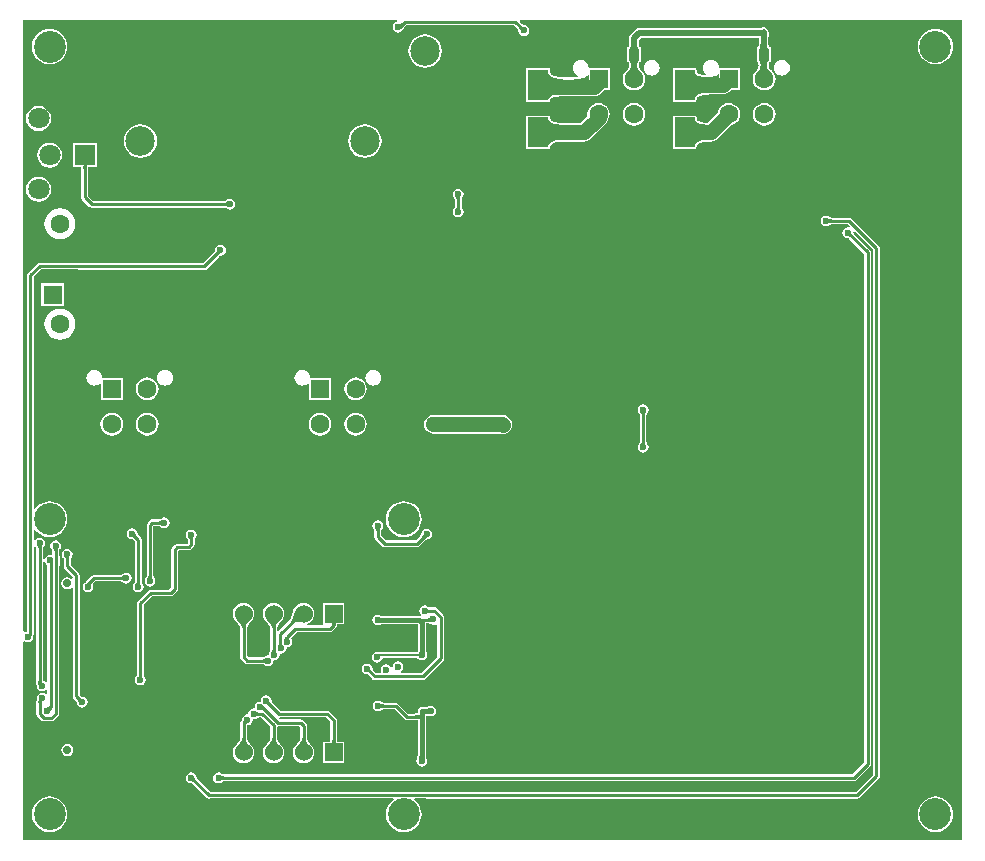
<source format=gbl>
G04*
G04 #@! TF.GenerationSoftware,Altium Limited,Altium Designer,18.1.9 (240)*
G04*
G04 Layer_Physical_Order=2*
G04 Layer_Color=16711680*
%FSLAX25Y25*%
%MOIN*%
G70*
G01*
G75*
%ADD10C,0.01968*%
%ADD14C,0.01000*%
%ADD19R,0.03543X0.03937*%
%ADD96C,0.00800*%
%ADD99C,0.05000*%
%ADD100C,0.01500*%
%ADD102C,0.09843*%
%ADD103R,0.06299X0.06299*%
%ADD104C,0.06299*%
%ADD105R,0.07087X0.07087*%
%ADD106C,0.07087*%
%ADD107R,0.06000X0.06000*%
%ADD108C,0.06000*%
%ADD109C,0.02756*%
%ADD110R,0.06299X0.06299*%
%ADD111C,0.10630*%
%ADD112C,0.02362*%
%ADD113C,0.05000*%
%ADD114C,0.01968*%
%ADD115R,0.06693X0.09843*%
G36*
X127663Y272625D02*
X127578Y272538D01*
X127362Y272287D01*
X127303Y272207D01*
X127203Y272051D01*
X127162Y271975D01*
X127128Y271902D01*
X127100Y271830D01*
X126393Y273324D01*
X126475Y273301D01*
X126557Y273288D01*
X126640Y273288D01*
X126724Y273300D01*
X126809Y273324D01*
X126894Y273360D01*
X126981Y273407D01*
X127068Y273467D01*
X127156Y273538D01*
X127245Y273622D01*
X127663Y272625D01*
D02*
G37*
G36*
X167074Y272653D02*
X167162Y272579D01*
X167250Y272514D01*
X167339Y272458D01*
X167428Y272411D01*
X167517Y272372D01*
X167607Y272342D01*
X167697Y272321D01*
X167788Y272309D01*
X167879Y272305D01*
X166710Y271136D01*
X166707Y271228D01*
X166694Y271318D01*
X166674Y271409D01*
X166644Y271499D01*
X166605Y271588D01*
X166558Y271677D01*
X166501Y271766D01*
X166436Y271854D01*
X166363Y271941D01*
X166280Y272029D01*
X166987Y272736D01*
X167074Y272653D01*
D02*
G37*
G36*
X313839Y1122D02*
X1122Y1122D01*
X1122Y67240D01*
X1622Y67507D01*
X1874Y67338D01*
X2569Y67200D01*
X3264Y67338D01*
X3853Y67732D01*
X4247Y68321D01*
X4385Y69016D01*
X4338Y69256D01*
X4464Y69445D01*
X4549Y69874D01*
X4549Y69874D01*
Y99103D01*
X5049Y99255D01*
X5169Y99076D01*
X5193Y99010D01*
X5234Y98966D01*
X5252Y98943D01*
X5269Y98915D01*
X5285Y98883D01*
X5301Y98843D01*
X5315Y98796D01*
X5328Y98740D01*
X5338Y98674D01*
X5344Y98600D01*
X5347Y98499D01*
X5375Y98437D01*
Y54265D01*
X5349Y54184D01*
X5375Y53917D01*
Y53447D01*
X5375Y53447D01*
X5458Y53025D01*
X5478Y52815D01*
X5494Y52784D01*
X5469Y52657D01*
X5607Y51963D01*
X6001Y51373D01*
X6590Y50980D01*
X7285Y50841D01*
X7980Y50980D01*
X8569Y51373D01*
X8589Y51403D01*
X9089Y51252D01*
Y51151D01*
X9033Y50869D01*
X9033Y50869D01*
Y49982D01*
X8718Y49842D01*
X8533Y49800D01*
X7980Y50170D01*
X7285Y50308D01*
X6590Y50170D01*
X6001Y49776D01*
X5607Y49187D01*
X5469Y48492D01*
X5511Y48283D01*
X5490Y48238D01*
X5474Y47874D01*
X5456Y47784D01*
X5456Y47784D01*
Y47475D01*
X5428Y46867D01*
X5456Y46792D01*
Y43267D01*
X5456Y43267D01*
X5541Y42838D01*
X5784Y42474D01*
X7090Y41168D01*
X7454Y40924D01*
X7883Y40839D01*
X7883Y40839D01*
X10464D01*
X10464Y40839D01*
X10894Y40924D01*
X11258Y41168D01*
X12604Y42514D01*
X12604Y42514D01*
X12847Y42878D01*
X12933Y43307D01*
Y92520D01*
X12933Y92520D01*
X12933Y92520D01*
Y92774D01*
X13160Y93114D01*
X13245Y93543D01*
Y95433D01*
X13160Y95862D01*
X12933Y96202D01*
Y97551D01*
X12960Y97613D01*
X12963Y97714D01*
X12969Y97789D01*
X12979Y97854D01*
X12992Y97910D01*
X13006Y97957D01*
X13022Y97997D01*
X13038Y98029D01*
X13055Y98057D01*
X13073Y98080D01*
X13114Y98124D01*
X13138Y98190D01*
X13489Y98714D01*
X13627Y99409D01*
X13489Y100104D01*
X13095Y100694D01*
X12506Y101087D01*
X11811Y101225D01*
X11116Y101087D01*
X10527Y100694D01*
X10133Y100104D01*
X9995Y99409D01*
X10133Y98714D01*
X10484Y98190D01*
X10508Y98124D01*
X10549Y98080D01*
X10567Y98057D01*
X10584Y98029D01*
X10600Y97997D01*
X10616Y97957D01*
X10630Y97910D01*
X10643Y97854D01*
X10653Y97789D01*
X10659Y97714D01*
X10662Y97613D01*
X10689Y97551D01*
Y96620D01*
X10189Y96235D01*
X9843Y96304D01*
X9148Y96166D01*
X8558Y95772D01*
X8165Y95183D01*
X8118Y94946D01*
X7618Y94995D01*
Y98437D01*
X7645Y98499D01*
X7648Y98600D01*
X7654Y98674D01*
X7664Y98740D01*
X7677Y98796D01*
X7691Y98843D01*
X7707Y98883D01*
X7723Y98915D01*
X7740Y98943D01*
X7758Y98966D01*
X7799Y99010D01*
X7824Y99076D01*
X8174Y99600D01*
X8312Y100295D01*
X8174Y100990D01*
X7780Y101579D01*
X7191Y101973D01*
X6496Y102111D01*
X5801Y101973D01*
X5212Y101579D01*
X5049Y101336D01*
X4549Y101487D01*
Y104606D01*
X5049Y104785D01*
X5640Y104065D01*
X6540Y103326D01*
X7568Y102777D01*
X8683Y102438D01*
X9843Y102324D01*
X11002Y102438D01*
X12117Y102777D01*
X13145Y103326D01*
X14045Y104065D01*
X14784Y104966D01*
X15334Y105993D01*
X15672Y107108D01*
X15786Y108268D01*
X15672Y109427D01*
X15334Y110542D01*
X14784Y111570D01*
X14045Y112470D01*
X13145Y113210D01*
X12117Y113759D01*
X11002Y114097D01*
X9843Y114211D01*
X8683Y114097D01*
X7568Y113759D01*
X6540Y113210D01*
X5640Y112470D01*
X5049Y111751D01*
X4549Y111930D01*
Y189014D01*
X7014Y191479D01*
X19206D01*
X19256Y191446D01*
X19685Y191360D01*
X19685Y191360D01*
X61439D01*
X61439Y191360D01*
X61868Y191446D01*
X62232Y191689D01*
X66270Y195728D01*
X66334Y195752D01*
X66407Y195821D01*
X66464Y195869D01*
X66517Y195909D01*
X66566Y195939D01*
X66609Y195963D01*
X66649Y195979D01*
X66683Y195991D01*
X66715Y195998D01*
X66744Y196002D01*
X66804Y196005D01*
X66868Y196034D01*
X67486Y196157D01*
X68075Y196551D01*
X68469Y197140D01*
X68607Y197835D01*
X68469Y198530D01*
X68075Y199119D01*
X67486Y199512D01*
X66791Y199651D01*
X66096Y199512D01*
X65507Y199119D01*
X65114Y198530D01*
X64991Y197911D01*
X64961Y197848D01*
X64959Y197787D01*
X64955Y197758D01*
X64948Y197727D01*
X64936Y197692D01*
X64919Y197653D01*
X64896Y197609D01*
X64865Y197561D01*
X64826Y197508D01*
X64778Y197450D01*
X64709Y197377D01*
X64684Y197314D01*
X60974Y193603D01*
X20045D01*
X19995Y193637D01*
X19566Y193722D01*
X19566Y193722D01*
X6549D01*
X6549Y193722D01*
X6120Y193637D01*
X5756Y193394D01*
X5756Y193394D01*
X2634Y190272D01*
X2391Y189908D01*
X2306Y189479D01*
X2306Y189479D01*
Y70779D01*
X1874Y70693D01*
X1622Y70524D01*
X1122Y70792D01*
X1122Y274469D01*
X125615D01*
X125665Y273969D01*
X125289Y273894D01*
X124700Y273501D01*
X124306Y272912D01*
X124168Y272217D01*
X124306Y271522D01*
X124700Y270932D01*
X125289Y270539D01*
X125984Y270401D01*
X126679Y270539D01*
X127268Y270932D01*
X127662Y271522D01*
X127669Y271557D01*
X127706Y271595D01*
X127726Y271648D01*
X127743Y271685D01*
X127763Y271721D01*
X127838Y271838D01*
X127870Y271881D01*
X128057Y272099D01*
X128128Y272172D01*
X128154Y272237D01*
X128786Y272869D01*
X164561D01*
X165784Y271645D01*
X165808Y271582D01*
X165878Y271509D01*
X165926Y271451D01*
X165965Y271398D01*
X165996Y271350D01*
X166019Y271306D01*
X166036Y271267D01*
X166048Y271232D01*
X166055Y271201D01*
X166059Y271172D01*
X166061Y271111D01*
X166091Y271048D01*
X166214Y270429D01*
X166607Y269840D01*
X167196Y269447D01*
X167891Y269308D01*
X168586Y269447D01*
X169175Y269840D01*
X169569Y270429D01*
X169707Y271124D01*
X169569Y271819D01*
X169175Y272409D01*
X168586Y272802D01*
X167968Y272925D01*
X167904Y272954D01*
X167844Y272957D01*
X167815Y272961D01*
X167783Y272968D01*
X167748Y272979D01*
X167710Y272996D01*
X167666Y273020D01*
X167617Y273050D01*
X167564Y273090D01*
X167507Y273138D01*
X167434Y273207D01*
X167370Y273232D01*
X166595Y274007D01*
X166786Y274469D01*
X313839D01*
X313839Y1122D01*
D02*
G37*
G36*
X66780Y196654D02*
X66688Y196650D01*
X66597Y196638D01*
X66507Y196617D01*
X66417Y196587D01*
X66328Y196548D01*
X66239Y196501D01*
X66150Y196445D01*
X66062Y196380D01*
X65974Y196306D01*
X65887Y196223D01*
X65180Y196931D01*
X65263Y197018D01*
X65336Y197105D01*
X65401Y197193D01*
X65458Y197282D01*
X65505Y197371D01*
X65544Y197460D01*
X65574Y197550D01*
X65595Y197641D01*
X65607Y197732D01*
X65610Y197823D01*
X66780Y196654D01*
D02*
G37*
G36*
X7261Y99385D02*
X7205Y99312D01*
X7156Y99233D01*
X7114Y99148D01*
X7078Y99058D01*
X7048Y98961D01*
X7025Y98859D01*
X7009Y98751D01*
X6999Y98637D01*
X6996Y98516D01*
X5996D01*
X5993Y98637D01*
X5983Y98751D01*
X5967Y98859D01*
X5944Y98961D01*
X5914Y99058D01*
X5878Y99148D01*
X5836Y99233D01*
X5787Y99312D01*
X5731Y99385D01*
X5669Y99452D01*
X7323D01*
X7261Y99385D01*
D02*
G37*
G36*
X12576Y98499D02*
X12520Y98426D01*
X12471Y98347D01*
X12429Y98263D01*
X12393Y98172D01*
X12363Y98075D01*
X12340Y97973D01*
X12324Y97865D01*
X12314Y97751D01*
X12311Y97631D01*
X11311D01*
X11308Y97751D01*
X11298Y97865D01*
X11282Y97973D01*
X11259Y98075D01*
X11229Y98172D01*
X11193Y98263D01*
X11151Y98347D01*
X11102Y98426D01*
X11046Y98499D01*
X10984Y98566D01*
X12638D01*
X12576Y98499D01*
D02*
G37*
G36*
X8165Y93793D02*
X8558Y93204D01*
X9089Y92849D01*
Y54063D01*
X8589Y53912D01*
X8569Y53942D01*
X7980Y54335D01*
X7650Y54401D01*
X7648Y54424D01*
X7645Y54529D01*
X7618Y54591D01*
Y54633D01*
X7624Y54678D01*
X7618Y54686D01*
Y93981D01*
X8118Y94030D01*
X8165Y93793D01*
D02*
G37*
G36*
X6999Y54386D02*
X7010Y54273D01*
X7027Y54174D01*
X7051Y54087D01*
X7081Y54013D01*
X7119Y53952D01*
X7163Y53904D01*
X7214Y53869D01*
X7272Y53847D01*
X7337Y53837D01*
X6125Y52876D01*
X5996Y54245D01*
X6996Y54511D01*
X6999Y54386D01*
D02*
G37*
G36*
X7441Y47321D02*
X7372Y47306D01*
X7310Y47278D01*
X7255Y47238D01*
X7208Y47186D01*
X7168Y47122D01*
X7135Y47046D01*
X7110Y46958D01*
X7092Y46857D01*
X7081Y46745D01*
X7077Y46621D01*
X6077Y46838D01*
X6139Y48209D01*
X7441Y47321D01*
D02*
G37*
G36*
X10469Y45195D02*
X10383Y45105D01*
X10238Y44929D01*
X10181Y44844D01*
X10132Y44761D01*
X10094Y44679D01*
X10065Y44599D01*
X10046Y44521D01*
X10036Y44445D01*
X10037Y44370D01*
X8937Y45470D01*
X9012Y45470D01*
X9088Y45479D01*
X9166Y45498D01*
X9246Y45527D01*
X9327Y45566D01*
X9411Y45614D01*
X9496Y45671D01*
X9583Y45739D01*
X9672Y45816D01*
X9762Y45903D01*
X10469Y45195D01*
D02*
G37*
%LPC*%
G36*
X305118Y271692D02*
X303959Y271577D01*
X302844Y271239D01*
X301816Y270690D01*
X300915Y269951D01*
X300176Y269050D01*
X299627Y268022D01*
X299289Y266908D01*
X299174Y265748D01*
X299289Y264588D01*
X299627Y263474D01*
X300176Y262446D01*
X300915Y261545D01*
X301816Y260806D01*
X302844Y260257D01*
X303959Y259919D01*
X305118Y259804D01*
X306278Y259919D01*
X307393Y260257D01*
X308420Y260806D01*
X309321Y261545D01*
X310060Y262446D01*
X310609Y263474D01*
X310947Y264588D01*
X311062Y265748D01*
X310947Y266908D01*
X310609Y268022D01*
X310060Y269050D01*
X309321Y269951D01*
X308420Y270690D01*
X307393Y271239D01*
X306278Y271577D01*
X305118Y271692D01*
D02*
G37*
G36*
X9843D02*
X8683Y271577D01*
X7568Y271239D01*
X6540Y270690D01*
X5640Y269951D01*
X4901Y269050D01*
X4351Y268022D01*
X4013Y266908D01*
X3899Y265748D01*
X4013Y264588D01*
X4351Y263474D01*
X4901Y262446D01*
X5640Y261545D01*
X6540Y260806D01*
X7568Y260257D01*
X8683Y259919D01*
X9843Y259804D01*
X11002Y259919D01*
X12117Y260257D01*
X13145Y260806D01*
X14045Y261545D01*
X14784Y262446D01*
X15334Y263474D01*
X15672Y264588D01*
X15786Y265748D01*
X15672Y266908D01*
X15334Y268022D01*
X14784Y269050D01*
X14045Y269951D01*
X13145Y270690D01*
X12117Y271239D01*
X11002Y271577D01*
X9843Y271692D01*
D02*
G37*
G36*
X134994Y269821D02*
X133552Y269631D01*
X132209Y269075D01*
X131056Y268190D01*
X130171Y267036D01*
X129615Y265693D01*
X129425Y264252D01*
X129615Y262811D01*
X130171Y261468D01*
X131056Y260314D01*
X132209Y259429D01*
X133552Y258873D01*
X134994Y258683D01*
X136435Y258873D01*
X137778Y259429D01*
X138932Y260314D01*
X139816Y261468D01*
X140373Y262811D01*
X140563Y264252D01*
X140373Y265693D01*
X139816Y267036D01*
X138932Y268190D01*
X137778Y269075D01*
X136435Y269631D01*
X134994Y269821D01*
D02*
G37*
G36*
X230315Y261292D02*
X229634Y261202D01*
X229000Y260939D01*
X228455Y260521D01*
X228037Y259977D01*
X227774Y259342D01*
X227685Y258662D01*
X227774Y257981D01*
X228037Y257346D01*
X228455Y256802D01*
X228650Y256652D01*
X228462Y256166D01*
X228129Y256194D01*
X227434Y256306D01*
X226852Y256457D01*
X226386Y256641D01*
X226035Y256847D01*
X225791Y257066D01*
X225631Y257296D01*
X225537Y257553D01*
X225496Y257932D01*
X225462Y257994D01*
Y258474D01*
X224941D01*
X224850Y258511D01*
X224816Y258497D01*
X224780Y258508D01*
X224718Y258474D01*
X217569D01*
Y247431D01*
X224718D01*
X224780Y247398D01*
X224816Y247408D01*
X224850Y247394D01*
X224941Y247431D01*
X225462D01*
Y247912D01*
X225496Y247973D01*
X225537Y248352D01*
X225631Y248610D01*
X225791Y248839D01*
X226035Y249059D01*
X226386Y249265D01*
X226852Y249449D01*
X227434Y249600D01*
X228129Y249711D01*
X228936Y249780D01*
X229867Y249803D01*
X229917Y249826D01*
X234212D01*
X234213Y249826D01*
X234617Y249879D01*
X235022Y249933D01*
X235776Y250245D01*
X236423Y250742D01*
X236893Y251211D01*
X239970D01*
Y258710D01*
X232939D01*
X232856Y259342D01*
X232593Y259977D01*
X232175Y260521D01*
X231630Y260939D01*
X230996Y261202D01*
X230315Y261292D01*
D02*
G37*
G36*
X253937Y261292D02*
X253256Y261202D01*
X252622Y260939D01*
X252077Y260521D01*
X251659Y259977D01*
X251396Y259342D01*
X251307Y258661D01*
X251396Y257981D01*
X251659Y257346D01*
X252077Y256802D01*
X252622Y256383D01*
X253256Y256121D01*
X253937Y256031D01*
X254618Y256121D01*
X255252Y256383D01*
X255797Y256802D01*
X256215Y257346D01*
X256478Y257981D01*
X256567Y258661D01*
X256478Y259342D01*
X256215Y259977D01*
X255797Y260521D01*
X255252Y260939D01*
X254618Y261202D01*
X253937Y261292D01*
D02*
G37*
G36*
X210531D02*
X209851Y261202D01*
X209216Y260939D01*
X208671Y260521D01*
X208254Y259977D01*
X207991Y259342D01*
X207901Y258661D01*
X207991Y257981D01*
X208254Y257346D01*
X208671Y256802D01*
X209216Y256383D01*
X209851Y256121D01*
X210531Y256031D01*
X211212Y256121D01*
X211847Y256383D01*
X212391Y256802D01*
X212809Y257346D01*
X213072Y257981D01*
X213162Y258661D01*
X213072Y259342D01*
X212809Y259977D01*
X212391Y260521D01*
X211847Y260939D01*
X211212Y261202D01*
X210531Y261292D01*
D02*
G37*
G36*
X186909Y261292D02*
X186229Y261202D01*
X185594Y260939D01*
X185049Y260521D01*
X184631Y259977D01*
X184369Y259342D01*
X184279Y258662D01*
X184369Y257981D01*
X184631Y257346D01*
X185049Y256802D01*
X185594Y256383D01*
X185689Y256344D01*
X185869Y255729D01*
X185794Y255623D01*
X185592Y255605D01*
X184660Y255581D01*
X184610Y255558D01*
X181136D01*
X181085Y255581D01*
X180155Y255605D01*
X179350Y255676D01*
X178656Y255792D01*
X178077Y255948D01*
X177612Y256138D01*
X177262Y256352D01*
X177016Y256580D01*
X176854Y256824D01*
X176756Y257101D01*
X176714Y257499D01*
X176680Y257562D01*
Y258474D01*
X168787D01*
Y247431D01*
X175926D01*
X175979Y247400D01*
X176024Y247412D01*
X176068Y247394D01*
X176159Y247431D01*
X176680D01*
Y247901D01*
X176711Y247954D01*
X176748Y248216D01*
X176817Y248363D01*
X176954Y248519D01*
X177193Y248687D01*
X177551Y248852D01*
X178029Y248999D01*
X178614Y249118D01*
X180155Y249264D01*
X181081Y249282D01*
X181133Y249305D01*
X184623D01*
X184677Y249282D01*
X184732Y249305D01*
X191408D01*
X191408Y249305D01*
X191812Y249358D01*
X192217Y249411D01*
X192971Y249724D01*
X193619Y250220D01*
X194609Y251211D01*
X196564D01*
Y258710D01*
X189533D01*
X189450Y259342D01*
X189187Y259977D01*
X188769Y260521D01*
X188225Y260939D01*
X187590Y261202D01*
X186909Y261292D01*
D02*
G37*
G36*
X247803Y272248D02*
X247185Y272125D01*
X247021Y272016D01*
X206326D01*
X205708Y271893D01*
X205184Y271543D01*
X203484Y269843D01*
X203134Y269319D01*
X203011Y268701D01*
Y267051D01*
X202992Y267009D01*
X202985Y266651D01*
X202964Y266352D01*
X202931Y266102D01*
X202889Y265903D01*
X202843Y265761D01*
X202803Y265678D01*
X202800Y265674D01*
X202780Y265671D01*
X202726Y265639D01*
X202254D01*
Y265118D01*
X202217Y265027D01*
X202234Y264985D01*
X202223Y264941D01*
X202254Y264887D01*
Y261255D01*
X202223Y261200D01*
X202234Y261156D01*
X202217Y261114D01*
X202254Y261024D01*
Y260502D01*
X202726D01*
X202780Y260471D01*
X202800Y260468D01*
X202803Y260464D01*
X202843Y260381D01*
X202889Y260238D01*
X202929Y260050D01*
X202976Y259571D01*
X202953Y259390D01*
X202904Y259171D01*
X202836Y258954D01*
X202747Y258739D01*
X202637Y258525D01*
X202504Y258312D01*
X202349Y258099D01*
X202170Y257886D01*
X201953Y257660D01*
X201934Y257612D01*
X201351Y256852D01*
X200973Y255940D01*
X200844Y254961D01*
X200973Y253982D01*
X201351Y253070D01*
X201952Y252286D01*
X202735Y251685D01*
X203647Y251308D01*
X204626Y251179D01*
X205605Y251308D01*
X206517Y251685D01*
X207300Y252286D01*
X207901Y253070D01*
X208279Y253982D01*
X208408Y254961D01*
X208279Y255940D01*
X207901Y256852D01*
X207318Y257612D01*
X207299Y257660D01*
X207082Y257886D01*
X206903Y258099D01*
X206748Y258312D01*
X206615Y258525D01*
X206505Y258739D01*
X206416Y258954D01*
X206348Y259171D01*
X206299Y259390D01*
X206274Y259586D01*
X206288Y259790D01*
X206321Y260040D01*
X206363Y260238D01*
X206409Y260381D01*
X206449Y260464D01*
X206452Y260468D01*
X206472Y260471D01*
X206526Y260502D01*
X206998D01*
Y261024D01*
X207035Y261114D01*
X207018Y261156D01*
X207029Y261200D01*
X206998Y261255D01*
Y264887D01*
X207029Y264941D01*
X207018Y264985D01*
X207035Y265027D01*
X206998Y265118D01*
Y265639D01*
X206526D01*
X206472Y265671D01*
X206452Y265674D01*
X206449Y265678D01*
X206409Y265761D01*
X206363Y265903D01*
X206323Y266091D01*
X206267Y266660D01*
X206259Y267009D01*
X206241Y267051D01*
Y268032D01*
X206995Y268785D01*
X246188D01*
Y267056D01*
X246170Y267016D01*
X246148Y266327D01*
X246125Y266070D01*
X246093Y265856D01*
X246056Y265696D01*
X246037Y265639D01*
X245660D01*
Y265119D01*
X245622Y265030D01*
X245647Y264970D01*
X245634Y264906D01*
X245660Y264867D01*
Y261275D01*
X245634Y261235D01*
X245647Y261172D01*
X245622Y261112D01*
X245660Y261023D01*
Y260502D01*
X246037D01*
X246056Y260445D01*
X246093Y260286D01*
X246124Y260079D01*
X246160Y259549D01*
X246160Y259529D01*
X246131Y259303D01*
X246085Y259078D01*
X246019Y258853D01*
X245933Y258627D01*
X245827Y258400D01*
X245699Y258171D01*
X245549Y257940D01*
X245377Y257707D01*
X245171Y257460D01*
X245135Y257345D01*
X244756Y256852D01*
X244378Y255940D01*
X244250Y254961D01*
X244378Y253982D01*
X244756Y253070D01*
X245357Y252286D01*
X246141Y251685D01*
X247053Y251308D01*
X248031Y251179D01*
X249010Y251308D01*
X249922Y251685D01*
X250706Y252286D01*
X251307Y253070D01*
X251685Y253982D01*
X251814Y254961D01*
X251685Y255940D01*
X251307Y256852D01*
X250706Y257635D01*
X250544Y257759D01*
X250504Y257845D01*
X250278Y258050D01*
X250094Y258243D01*
X249935Y258437D01*
X249800Y258634D01*
X249688Y258834D01*
X249598Y259037D01*
X249528Y259244D01*
X249478Y259457D01*
X249457Y259610D01*
X249471Y259776D01*
X249511Y260017D01*
X249562Y260205D01*
X249615Y260337D01*
X249663Y260415D01*
X249695Y260451D01*
X249712Y260462D01*
X249731Y260469D01*
X249842Y260481D01*
X249881Y260502D01*
X250403D01*
Y261085D01*
X250421Y261129D01*
X250407Y261162D01*
X250417Y261197D01*
X250403Y261222D01*
Y264919D01*
X250417Y264945D01*
X250407Y264980D01*
X250421Y265013D01*
X250403Y265057D01*
Y265639D01*
X249881D01*
X249842Y265661D01*
X249731Y265673D01*
X249712Y265680D01*
X249695Y265691D01*
X249663Y265726D01*
X249615Y265805D01*
X249562Y265937D01*
X249511Y266125D01*
X249471Y266366D01*
X249446Y266657D01*
X249436Y267013D01*
X249418Y267054D01*
Y268976D01*
X249481Y269069D01*
X249619Y269764D01*
X249481Y270459D01*
X249418Y270553D01*
Y270633D01*
X249295Y271251D01*
X248945Y271775D01*
X248421Y272125D01*
X247803Y272248D01*
D02*
G37*
G36*
X236221Y246932D02*
X235242Y246803D01*
X234330Y246425D01*
X233546Y245824D01*
X232945Y245041D01*
X232567Y244128D01*
X232536Y243887D01*
X229024Y240375D01*
X228936Y240378D01*
X228129Y240446D01*
X227434Y240558D01*
X226852Y240709D01*
X226386Y240893D01*
X226035Y241099D01*
X225791Y241318D01*
X225631Y241548D01*
X225537Y241805D01*
X225496Y242184D01*
X225462Y242246D01*
Y242726D01*
X224941D01*
X224850Y242763D01*
X224816Y242749D01*
X224780Y242760D01*
X224718Y242726D01*
X217569D01*
Y231683D01*
X224718D01*
X224780Y231650D01*
X224816Y231660D01*
X224850Y231646D01*
X224941Y231683D01*
X225462D01*
Y232164D01*
X225496Y232225D01*
X225537Y232604D01*
X225631Y232862D01*
X225791Y233091D01*
X226035Y233311D01*
X226386Y233517D01*
X226852Y233701D01*
X227434Y233852D01*
X228129Y233963D01*
X228936Y234032D01*
X229867Y234055D01*
X229917Y234078D01*
X230276D01*
X230276Y234078D01*
X231085Y234185D01*
X231839Y234497D01*
X232487Y234994D01*
X236957Y239465D01*
X237199Y239496D01*
X238111Y239874D01*
X238895Y240475D01*
X239496Y241259D01*
X239874Y242171D01*
X240002Y243150D01*
X239874Y244128D01*
X239496Y245041D01*
X238895Y245824D01*
X238111Y246425D01*
X237199Y246803D01*
X236221Y246932D01*
D02*
G37*
G36*
X192815D02*
X191836Y246803D01*
X190924Y246425D01*
X190141Y245824D01*
X189540Y245041D01*
X189162Y244128D01*
X189033Y243150D01*
X189089Y242723D01*
X186697Y240332D01*
X181135D01*
X181085Y240354D01*
X180154Y240378D01*
X179347Y240446D01*
X178652Y240558D01*
X178070Y240709D01*
X177604Y240893D01*
X177253Y241099D01*
X177009Y241318D01*
X176850Y241548D01*
X176755Y241805D01*
X176714Y242184D01*
X176680Y242246D01*
Y242726D01*
X176159D01*
X176068Y242763D01*
X176034Y242749D01*
X175998Y242760D01*
X175936Y242726D01*
X168787D01*
Y231683D01*
X175936D01*
X175998Y231650D01*
X176034Y231660D01*
X176068Y231646D01*
X176159Y231683D01*
X176680D01*
Y232164D01*
X176714Y232225D01*
X176755Y232604D01*
X176850Y232862D01*
X177009Y233091D01*
X177253Y233311D01*
X177604Y233517D01*
X178070Y233701D01*
X178652Y233852D01*
X179347Y233963D01*
X180154Y234032D01*
X181085Y234055D01*
X181135Y234078D01*
X187992D01*
X187992Y234078D01*
X188397Y234131D01*
X188801Y234185D01*
X189556Y234497D01*
X190203Y234994D01*
X195026Y239817D01*
X195523Y240464D01*
X195572Y240584D01*
X196090Y241259D01*
X196468Y242171D01*
X196597Y243150D01*
X196468Y244128D01*
X196090Y245041D01*
X195489Y245824D01*
X194706Y246425D01*
X193794Y246803D01*
X192815Y246932D01*
D02*
G37*
G36*
X248031D02*
X247053Y246803D01*
X246141Y246425D01*
X245357Y245824D01*
X244756Y245041D01*
X244378Y244128D01*
X244250Y243150D01*
X244378Y242171D01*
X244756Y241259D01*
X245357Y240475D01*
X246141Y239874D01*
X247053Y239496D01*
X248031Y239368D01*
X249010Y239496D01*
X249922Y239874D01*
X250706Y240475D01*
X251307Y241259D01*
X251685Y242171D01*
X251814Y243150D01*
X251685Y244128D01*
X251307Y245041D01*
X250706Y245824D01*
X249922Y246425D01*
X249010Y246803D01*
X248031Y246932D01*
D02*
G37*
G36*
X204626D02*
X203647Y246803D01*
X202735Y246425D01*
X201952Y245824D01*
X201351Y245041D01*
X200973Y244128D01*
X200844Y243150D01*
X200973Y242171D01*
X201351Y241259D01*
X201952Y240475D01*
X202735Y239874D01*
X203647Y239496D01*
X204626Y239368D01*
X205605Y239496D01*
X206517Y239874D01*
X207300Y240475D01*
X207901Y241259D01*
X208279Y242171D01*
X208408Y243150D01*
X208279Y244128D01*
X207901Y245041D01*
X207300Y245824D01*
X206517Y246425D01*
X205605Y246803D01*
X204626Y246932D01*
D02*
G37*
G36*
X6142Y245990D02*
X5060Y245848D01*
X4052Y245430D01*
X3187Y244766D01*
X2523Y243900D01*
X2105Y242893D01*
X1963Y241811D01*
X2105Y240729D01*
X2523Y239721D01*
X3187Y238856D01*
X4052Y238192D01*
X5060Y237774D01*
X6142Y237632D01*
X7223Y237774D01*
X8231Y238192D01*
X9097Y238856D01*
X9761Y239721D01*
X10178Y240729D01*
X10321Y241811D01*
X10178Y242893D01*
X9761Y243900D01*
X9097Y244766D01*
X8231Y245430D01*
X7223Y245848D01*
X6142Y245990D01*
D02*
G37*
G36*
X114915Y239821D02*
X113474Y239631D01*
X112130Y239075D01*
X110977Y238190D01*
X110092Y237036D01*
X109536Y235693D01*
X109346Y234252D01*
X109536Y232811D01*
X110092Y231468D01*
X110977Y230314D01*
X112130Y229429D01*
X113474Y228873D01*
X114915Y228683D01*
X116356Y228873D01*
X117699Y229429D01*
X118853Y230314D01*
X119738Y231468D01*
X120294Y232811D01*
X120484Y234252D01*
X120294Y235693D01*
X119738Y237036D01*
X118853Y238190D01*
X117699Y239075D01*
X116356Y239631D01*
X114915Y239821D01*
D02*
G37*
G36*
X40112D02*
X38671Y239631D01*
X37327Y239075D01*
X36174Y238190D01*
X35289Y237036D01*
X34733Y235693D01*
X34543Y234252D01*
X34733Y232811D01*
X35289Y231468D01*
X36174Y230314D01*
X37327Y229429D01*
X38671Y228873D01*
X40112Y228683D01*
X41553Y228873D01*
X42896Y229429D01*
X44050Y230314D01*
X44935Y231468D01*
X45491Y232811D01*
X45681Y234252D01*
X45491Y235693D01*
X44935Y237036D01*
X44050Y238190D01*
X42896Y239075D01*
X41553Y239631D01*
X40112Y239821D01*
D02*
G37*
G36*
X9843Y233785D02*
X8761Y233643D01*
X7753Y233225D01*
X6887Y232561D01*
X6223Y231696D01*
X5806Y230688D01*
X5663Y229606D01*
X5806Y228525D01*
X6223Y227517D01*
X6887Y226651D01*
X7753Y225987D01*
X8761Y225570D01*
X9843Y225427D01*
X10924Y225570D01*
X11932Y225987D01*
X12798Y226651D01*
X13462Y227517D01*
X13879Y228525D01*
X14021Y229606D01*
X13879Y230688D01*
X13462Y231696D01*
X12798Y232561D01*
X11932Y233225D01*
X10924Y233643D01*
X9843Y233785D01*
D02*
G37*
G36*
X6142Y222368D02*
X5060Y222226D01*
X4052Y221808D01*
X3187Y221144D01*
X2523Y220278D01*
X2105Y219270D01*
X1963Y218189D01*
X2105Y217107D01*
X2523Y216099D01*
X3187Y215234D01*
X4052Y214570D01*
X5060Y214152D01*
X6142Y214010D01*
X7223Y214152D01*
X8231Y214570D01*
X9097Y215234D01*
X9761Y216099D01*
X10178Y217107D01*
X10321Y218189D01*
X10178Y219270D01*
X9761Y220278D01*
X9097Y221144D01*
X8231Y221808D01*
X7223Y222226D01*
X6142Y222368D01*
D02*
G37*
G36*
X25797Y233750D02*
X17510D01*
Y225463D01*
X20293D01*
X20298Y225447D01*
X20313Y225353D01*
X20324Y225228D01*
X20329Y225058D01*
X20357Y224996D01*
Y215551D01*
X20357Y215551D01*
X20442Y215122D01*
X20685Y214758D01*
X23047Y212396D01*
X23047Y212396D01*
X23411Y212153D01*
X23840Y212068D01*
X23840Y212068D01*
X67984D01*
X68046Y212040D01*
X68147Y212037D01*
X68221Y212031D01*
X68287Y212021D01*
X68343Y212008D01*
X68390Y211994D01*
X68430Y211978D01*
X68463Y211962D01*
X68490Y211945D01*
X68514Y211927D01*
X68558Y211886D01*
X68623Y211862D01*
X69147Y211511D01*
X69842Y211373D01*
X70537Y211511D01*
X71127Y211905D01*
X71520Y212494D01*
X71658Y213189D01*
X71520Y213884D01*
X71127Y214473D01*
X70537Y214867D01*
X69842Y215005D01*
X69147Y214867D01*
X68623Y214516D01*
X68558Y214492D01*
X68514Y214451D01*
X68490Y214433D01*
X68462Y214416D01*
X68430Y214400D01*
X68390Y214384D01*
X68343Y214370D01*
X68287Y214357D01*
X68222Y214347D01*
X68147Y214341D01*
X68046Y214338D01*
X67984Y214311D01*
X24305D01*
X22600Y216016D01*
Y224996D01*
X22627Y225058D01*
X22632Y225228D01*
X22643Y225353D01*
X22659Y225447D01*
X22663Y225463D01*
X25797D01*
Y233750D01*
D02*
G37*
G36*
X146016Y218307D02*
X145321Y218169D01*
X144732Y217775D01*
X144338Y217186D01*
X144200Y216491D01*
X144338Y215796D01*
X144688Y215272D01*
X144713Y215206D01*
X144754Y215162D01*
X144772Y215139D01*
X144789Y215111D01*
X144805Y215078D01*
X144821Y215039D01*
X144835Y214991D01*
X144848Y214935D01*
X144858Y214870D01*
X144864Y214796D01*
X144867Y214695D01*
X144894Y214633D01*
Y212488D01*
X144867Y212426D01*
X144864Y212325D01*
X144858Y212251D01*
X144848Y212186D01*
X144835Y212129D01*
X144821Y212082D01*
X144805Y212043D01*
X144789Y212010D01*
X144772Y211982D01*
X144754Y211959D01*
X144713Y211915D01*
X144688Y211849D01*
X144338Y211325D01*
X144200Y210630D01*
X144338Y209935D01*
X144732Y209346D01*
X145321Y208952D01*
X146016Y208814D01*
X146711Y208952D01*
X147300Y209346D01*
X147694Y209935D01*
X147832Y210630D01*
X147694Y211325D01*
X147343Y211849D01*
X147319Y211915D01*
X147278Y211959D01*
X147260Y211982D01*
X147243Y212010D01*
X147227Y212043D01*
X147211Y212082D01*
X147197Y212130D01*
X147184Y212186D01*
X147174Y212251D01*
X147168Y212325D01*
X147165Y212426D01*
X147137Y212488D01*
Y214633D01*
X147165Y214695D01*
X147168Y214796D01*
X147174Y214870D01*
X147184Y214935D01*
X147197Y214991D01*
X147211Y215039D01*
X147227Y215078D01*
X147243Y215111D01*
X147260Y215139D01*
X147278Y215162D01*
X147319Y215206D01*
X147343Y215272D01*
X147694Y215796D01*
X147832Y216491D01*
X147694Y217186D01*
X147300Y217775D01*
X146711Y218169D01*
X146016Y218307D01*
D02*
G37*
G36*
X268701Y209451D02*
X268006Y209313D01*
X267417Y208919D01*
X267023Y208330D01*
X266885Y207635D01*
X267023Y206940D01*
X267417Y206351D01*
X268006Y205957D01*
X268701Y205819D01*
X269396Y205957D01*
X269920Y206308D01*
X269986Y206332D01*
X270030Y206373D01*
X270053Y206391D01*
X270081Y206408D01*
X270113Y206424D01*
X270153Y206440D01*
X270200Y206454D01*
X270256Y206467D01*
X270322Y206477D01*
X270396Y206483D01*
X270497Y206486D01*
X270559Y206514D01*
X275937D01*
X276508Y205942D01*
X276262Y205481D01*
X275886Y205556D01*
X275191Y205418D01*
X274602Y205024D01*
X274208Y204435D01*
X274070Y203740D01*
X274208Y203045D01*
X274602Y202456D01*
X275191Y202062D01*
X275809Y201939D01*
X275873Y201910D01*
X275933Y201908D01*
X275962Y201904D01*
X275994Y201897D01*
X276029Y201885D01*
X276068Y201868D01*
X276111Y201845D01*
X276160Y201814D01*
X276213Y201775D01*
X276270Y201727D01*
X276343Y201657D01*
X276407Y201633D01*
X281359Y196681D01*
Y182087D01*
X281359Y27039D01*
X277441Y23122D01*
X68000D01*
X67938Y23149D01*
X67837Y23152D01*
X67763Y23158D01*
X67697Y23168D01*
X67641Y23181D01*
X67594Y23195D01*
X67554Y23211D01*
X67522Y23227D01*
X67494Y23244D01*
X67471Y23262D01*
X67427Y23303D01*
X67361Y23327D01*
X66837Y23678D01*
X66142Y23816D01*
X65447Y23678D01*
X64858Y23284D01*
X64464Y22695D01*
X64326Y22000D01*
X64464Y21305D01*
X64858Y20716D01*
X65447Y20322D01*
X66142Y20184D01*
X66837Y20322D01*
X67361Y20673D01*
X67427Y20697D01*
X67471Y20738D01*
X67494Y20756D01*
X67522Y20773D01*
X67554Y20789D01*
X67594Y20805D01*
X67641Y20819D01*
X67697Y20832D01*
X67763Y20842D01*
X67837Y20848D01*
X67938Y20851D01*
X68000Y20878D01*
X277905D01*
X277906Y20878D01*
X278335Y20964D01*
X278698Y21207D01*
X283273Y25782D01*
X283273Y25782D01*
X283517Y26146D01*
X283602Y26575D01*
X283602Y182087D01*
Y197146D01*
X283517Y197575D01*
X283273Y197939D01*
X283273Y197939D01*
X277993Y203219D01*
X277969Y203282D01*
X277899Y203356D01*
X277851Y203413D01*
X277812Y203466D01*
X277781Y203515D01*
X277758Y203558D01*
X277741Y203597D01*
X277729Y203632D01*
X277722Y203664D01*
X277718Y203693D01*
X277716Y203753D01*
X277687Y203817D01*
X277627Y204116D01*
X278088Y204363D01*
X284312Y198139D01*
Y23102D01*
X278509Y17300D01*
X135801D01*
X135403Y17379D01*
X63294Y17379D01*
X59194Y21479D01*
X59169Y21542D01*
X59100Y21616D01*
X59052Y21673D01*
X59013Y21726D01*
X58982Y21775D01*
X58959Y21818D01*
X58942Y21857D01*
X58930Y21892D01*
X58923Y21924D01*
X58919Y21953D01*
X58917Y22013D01*
X58887Y22076D01*
X58764Y22695D01*
X58371Y23284D01*
X57782Y23678D01*
X57087Y23816D01*
X56392Y23678D01*
X55803Y23284D01*
X55409Y22695D01*
X55271Y22000D01*
X55409Y21305D01*
X55803Y20716D01*
X56392Y20322D01*
X57010Y20199D01*
X57074Y20170D01*
X57134Y20168D01*
X57163Y20164D01*
X57195Y20156D01*
X57229Y20145D01*
X57268Y20128D01*
X57312Y20105D01*
X57361Y20074D01*
X57414Y20035D01*
X57471Y19987D01*
X57544Y19917D01*
X57608Y19893D01*
X62118Y15383D01*
X62481Y15140D01*
X62911Y15054D01*
X63320Y15136D01*
X124291Y15136D01*
X124470Y14636D01*
X123750Y14045D01*
X123011Y13145D01*
X122462Y12117D01*
X122123Y11002D01*
X122009Y9843D01*
X122123Y8683D01*
X122462Y7568D01*
X123011Y6540D01*
X123750Y5640D01*
X124651Y4901D01*
X125678Y4351D01*
X126793Y4013D01*
X127953Y3899D01*
X129112Y4013D01*
X130227Y4351D01*
X131255Y4901D01*
X132156Y5640D01*
X132895Y6540D01*
X133444Y7568D01*
X133782Y8683D01*
X133896Y9843D01*
X133782Y11002D01*
X133444Y12117D01*
X132895Y13145D01*
X132156Y14045D01*
X131436Y14636D01*
X131615Y15136D01*
X135084D01*
X135482Y15057D01*
X278973D01*
X278974Y15057D01*
X279403Y15142D01*
X279767Y15385D01*
X286226Y21845D01*
X286226Y21845D01*
X286469Y22209D01*
X286555Y22638D01*
X286555Y22638D01*
Y198603D01*
X286555Y198603D01*
X286469Y199033D01*
X286226Y199397D01*
X277194Y208428D01*
X276831Y208671D01*
X276401Y208757D01*
X276401Y208757D01*
X270559D01*
X270497Y208784D01*
X270396Y208787D01*
X270322Y208793D01*
X270256Y208803D01*
X270200Y208816D01*
X270153Y208830D01*
X270113Y208846D01*
X270081Y208862D01*
X270053Y208879D01*
X270030Y208897D01*
X269986Y208938D01*
X269920Y208963D01*
X269396Y209313D01*
X268701Y209451D01*
D02*
G37*
G36*
X13287Y211865D02*
X11949Y211688D01*
X10701Y211172D01*
X9630Y210350D01*
X8809Y209279D01*
X8292Y208031D01*
X8116Y206693D01*
X8292Y205354D01*
X8809Y204107D01*
X9630Y203036D01*
X10701Y202214D01*
X11949Y201697D01*
X13287Y201521D01*
X14626Y201697D01*
X15873Y202214D01*
X16944Y203036D01*
X17766Y204107D01*
X18283Y205354D01*
X18459Y206693D01*
X18283Y208031D01*
X17766Y209279D01*
X16944Y210350D01*
X15873Y211172D01*
X14626Y211688D01*
X13287Y211865D01*
D02*
G37*
G36*
X14557Y186820D02*
X7057D01*
Y179321D01*
X14557D01*
Y186820D01*
D02*
G37*
G36*
X13287Y178400D02*
X11949Y178224D01*
X10701Y177707D01*
X9630Y176885D01*
X8809Y175814D01*
X8292Y174567D01*
X8116Y173228D01*
X8292Y171890D01*
X8809Y170642D01*
X9630Y169571D01*
X10701Y168749D01*
X11949Y168233D01*
X13287Y168056D01*
X14626Y168233D01*
X15873Y168749D01*
X16944Y169571D01*
X17766Y170642D01*
X18283Y171890D01*
X18459Y173228D01*
X18283Y174567D01*
X17766Y175814D01*
X16944Y176885D01*
X15873Y177707D01*
X14626Y178224D01*
X13287Y178400D01*
D02*
G37*
G36*
X117717Y158024D02*
X117036Y157934D01*
X116401Y157672D01*
X115857Y157254D01*
X115438Y156709D01*
X115176Y156075D01*
X115086Y155394D01*
X115176Y154713D01*
X115438Y154079D01*
X115857Y153534D01*
X116401Y153116D01*
X117036Y152853D01*
X117717Y152763D01*
X118397Y152853D01*
X119032Y153116D01*
X119576Y153534D01*
X119994Y154079D01*
X120257Y154713D01*
X120347Y155394D01*
X120257Y156075D01*
X119994Y156709D01*
X119576Y157254D01*
X119032Y157672D01*
X118397Y157934D01*
X117717Y158024D01*
D02*
G37*
G36*
X48298D02*
X47618Y157934D01*
X46983Y157672D01*
X46439Y157254D01*
X46020Y156709D01*
X45758Y156075D01*
X45668Y155394D01*
X45758Y154713D01*
X46020Y154079D01*
X46439Y153534D01*
X46983Y153116D01*
X47618Y152853D01*
X48298Y152763D01*
X48979Y152853D01*
X49614Y153116D01*
X50158Y153534D01*
X50576Y154079D01*
X50839Y154713D01*
X50929Y155394D01*
X50839Y156075D01*
X50576Y156709D01*
X50158Y157254D01*
X49614Y157672D01*
X48979Y157934D01*
X48298Y158024D01*
D02*
G37*
G36*
X94094Y158024D02*
X93414Y157934D01*
X92779Y157672D01*
X92234Y157254D01*
X91817Y156709D01*
X91554Y156075D01*
X91464Y155394D01*
X91554Y154713D01*
X91817Y154079D01*
X92234Y153534D01*
X92779Y153116D01*
X93414Y152853D01*
X94094Y152763D01*
X94775Y152853D01*
X95410Y153116D01*
X95750Y153377D01*
X96250Y153131D01*
Y147943D01*
X103750D01*
Y155443D01*
X96718D01*
X96635Y156075D01*
X96372Y156709D01*
X95954Y157254D01*
X95410Y157672D01*
X94775Y157934D01*
X94094Y158024D01*
D02*
G37*
G36*
X24676D02*
X23996Y157934D01*
X23361Y157672D01*
X22817Y157254D01*
X22398Y156709D01*
X22136Y156075D01*
X22046Y155394D01*
X22136Y154713D01*
X22398Y154079D01*
X22817Y153534D01*
X23361Y153116D01*
X23996Y152853D01*
X24676Y152763D01*
X25357Y152853D01*
X25992Y153116D01*
X26332Y153377D01*
X26832Y153131D01*
Y147943D01*
X34332D01*
Y155443D01*
X27300D01*
X27217Y156075D01*
X26954Y156709D01*
X26536Y157254D01*
X25992Y157672D01*
X25357Y157934D01*
X24676Y158024D01*
D02*
G37*
G36*
X111811Y155475D02*
X110832Y155346D01*
X109920Y154968D01*
X109137Y154367D01*
X108536Y153584D01*
X108158Y152672D01*
X108029Y151693D01*
X108158Y150714D01*
X108536Y149802D01*
X109137Y149019D01*
X109920Y148418D01*
X110832Y148040D01*
X111811Y147911D01*
X112790Y148040D01*
X113702Y148418D01*
X114485Y149019D01*
X115086Y149802D01*
X115464Y150714D01*
X115593Y151693D01*
X115464Y152672D01*
X115086Y153584D01*
X114485Y154367D01*
X113702Y154968D01*
X112790Y155346D01*
X111811Y155475D01*
D02*
G37*
G36*
X42393D02*
X41414Y155346D01*
X40502Y154968D01*
X39719Y154367D01*
X39118Y153584D01*
X38740Y152672D01*
X38611Y151693D01*
X38740Y150714D01*
X39118Y149802D01*
X39719Y149019D01*
X40502Y148418D01*
X41414Y148040D01*
X42393Y147911D01*
X43372Y148040D01*
X44284Y148418D01*
X45067Y149019D01*
X45668Y149802D01*
X46046Y150714D01*
X46175Y151693D01*
X46046Y152672D01*
X45668Y153584D01*
X45067Y154367D01*
X44284Y154968D01*
X43372Y155346D01*
X42393Y155475D01*
D02*
G37*
G36*
X160744Y143009D02*
X160744Y143009D01*
X137795D01*
X136986Y142902D01*
X136232Y142590D01*
X135584Y142093D01*
X135087Y141445D01*
X134775Y140691D01*
X134669Y139882D01*
X134775Y139073D01*
X135087Y138319D01*
X135584Y137671D01*
X136232Y137174D01*
X136986Y136862D01*
X137795Y136755D01*
X160025D01*
X160053Y136744D01*
X160862Y136637D01*
X161671Y136744D01*
X162426Y137056D01*
X163073Y137553D01*
X163570Y138200D01*
X163882Y138954D01*
X163989Y139764D01*
X163882Y140573D01*
X163570Y141327D01*
X163073Y141975D01*
X163073Y141975D01*
X162955Y142093D01*
X162307Y142590D01*
X161553Y142902D01*
X161149Y142956D01*
X160744Y143009D01*
D02*
G37*
G36*
X111811Y143664D02*
X110832Y143535D01*
X109920Y143157D01*
X109137Y142556D01*
X108536Y141773D01*
X108158Y140861D01*
X108029Y139882D01*
X108158Y138903D01*
X108536Y137991D01*
X109137Y137208D01*
X109920Y136607D01*
X110832Y136229D01*
X111811Y136100D01*
X112790Y136229D01*
X113702Y136607D01*
X114485Y137208D01*
X115086Y137991D01*
X115464Y138903D01*
X115593Y139882D01*
X115464Y140861D01*
X115086Y141773D01*
X114485Y142556D01*
X113702Y143157D01*
X112790Y143535D01*
X111811Y143664D01*
D02*
G37*
G36*
X100000D02*
X99021Y143535D01*
X98109Y143157D01*
X97326Y142556D01*
X96725Y141773D01*
X96347Y140861D01*
X96218Y139882D01*
X96347Y138903D01*
X96725Y137991D01*
X97326Y137208D01*
X98109Y136607D01*
X99021Y136229D01*
X100000Y136100D01*
X100979Y136229D01*
X101891Y136607D01*
X102674Y137208D01*
X103275Y137991D01*
X103653Y138903D01*
X103782Y139882D01*
X103653Y140861D01*
X103275Y141773D01*
X102674Y142556D01*
X101891Y143157D01*
X100979Y143535D01*
X100000Y143664D01*
D02*
G37*
G36*
X42393D02*
X41414Y143535D01*
X40502Y143157D01*
X39719Y142556D01*
X39118Y141773D01*
X38740Y140861D01*
X38611Y139882D01*
X38740Y138903D01*
X39118Y137991D01*
X39719Y137208D01*
X40502Y136607D01*
X41414Y136229D01*
X42393Y136100D01*
X43372Y136229D01*
X44284Y136607D01*
X45067Y137208D01*
X45668Y137991D01*
X46046Y138903D01*
X46175Y139882D01*
X46046Y140861D01*
X45668Y141773D01*
X45067Y142556D01*
X44284Y143157D01*
X43372Y143535D01*
X42393Y143664D01*
D02*
G37*
G36*
X30582D02*
X29603Y143535D01*
X28691Y143157D01*
X27908Y142556D01*
X27307Y141773D01*
X26929Y140861D01*
X26800Y139882D01*
X26929Y138903D01*
X27307Y137991D01*
X27908Y137208D01*
X28691Y136607D01*
X29603Y136229D01*
X30582Y136100D01*
X31561Y136229D01*
X32473Y136607D01*
X33256Y137208D01*
X33857Y137991D01*
X34235Y138903D01*
X34364Y139882D01*
X34235Y140861D01*
X33857Y141773D01*
X33256Y142556D01*
X32473Y143157D01*
X31561Y143535D01*
X30582Y143664D01*
D02*
G37*
G36*
X207677Y146501D02*
X206982Y146363D01*
X206393Y145969D01*
X205999Y145380D01*
X205861Y144685D01*
X205999Y143990D01*
X206350Y143466D01*
X206374Y143400D01*
X206415Y143356D01*
X206433Y143333D01*
X206450Y143305D01*
X206466Y143272D01*
X206482Y143233D01*
X206497Y143185D01*
X206509Y143129D01*
X206519Y143064D01*
X206525Y142990D01*
X206528Y142889D01*
X206556Y142827D01*
Y134052D01*
X206528Y133991D01*
X206525Y133889D01*
X206519Y133815D01*
X206509Y133750D01*
X206497Y133694D01*
X206482Y133646D01*
X206466Y133607D01*
X206450Y133574D01*
X206433Y133547D01*
X206415Y133523D01*
X206374Y133479D01*
X206350Y133413D01*
X205999Y132889D01*
X205861Y132194D01*
X205999Y131499D01*
X206393Y130910D01*
X206982Y130516D01*
X207677Y130378D01*
X208372Y130516D01*
X208961Y130910D01*
X209355Y131499D01*
X209493Y132194D01*
X209355Y132889D01*
X209005Y133413D01*
X208980Y133479D01*
X208940Y133523D01*
X208922Y133546D01*
X208904Y133574D01*
X208888Y133607D01*
X208872Y133646D01*
X208858Y133694D01*
X208845Y133750D01*
X208836Y133815D01*
X208829Y133889D01*
X208826Y133990D01*
X208799Y134052D01*
Y142827D01*
X208826Y142889D01*
X208829Y142990D01*
X208836Y143064D01*
X208845Y143129D01*
X208858Y143185D01*
X208872Y143233D01*
X208888Y143272D01*
X208904Y143305D01*
X208922Y143333D01*
X208940Y143356D01*
X208980Y143400D01*
X209005Y143466D01*
X209355Y143990D01*
X209493Y144685D01*
X209355Y145380D01*
X208961Y145969D01*
X208372Y146363D01*
X207677Y146501D01*
D02*
G37*
G36*
X48029Y108920D02*
X47334Y108782D01*
X46810Y108431D01*
X46744Y108407D01*
X46700Y108366D01*
X46677Y108348D01*
X46649Y108331D01*
X46616Y108315D01*
X46577Y108299D01*
X46529Y108285D01*
X46474Y108272D01*
X46408Y108262D01*
X46334Y108256D01*
X46233Y108253D01*
X46171Y108225D01*
X44112D01*
X44112Y108225D01*
X43683Y108140D01*
X43319Y107897D01*
X43319Y107897D01*
X42514Y107092D01*
X42271Y106728D01*
X42186Y106299D01*
X42186Y106299D01*
Y89457D01*
X42158Y89395D01*
X42155Y89294D01*
X42149Y89219D01*
X42139Y89154D01*
X42126Y89098D01*
X42112Y89051D01*
X42096Y89011D01*
X42080Y88978D01*
X42063Y88951D01*
X42045Y88927D01*
X42004Y88883D01*
X41980Y88818D01*
X41629Y88293D01*
X41491Y87598D01*
X41629Y86903D01*
X42023Y86314D01*
X42612Y85921D01*
X43307Y85782D01*
X44002Y85921D01*
X44591Y86314D01*
X44985Y86903D01*
X45123Y87598D01*
X44985Y88293D01*
X44635Y88818D01*
X44610Y88883D01*
X44569Y88927D01*
X44551Y88951D01*
X44534Y88978D01*
X44518Y89011D01*
X44502Y89051D01*
X44488Y89098D01*
X44475Y89154D01*
X44465Y89219D01*
X44459Y89294D01*
X44456Y89395D01*
X44429Y89457D01*
Y105835D01*
X44576Y105982D01*
X46171D01*
X46233Y105955D01*
X46334Y105952D01*
X46408Y105946D01*
X46474Y105936D01*
X46529Y105923D01*
X46577Y105909D01*
X46616Y105893D01*
X46649Y105877D01*
X46677Y105859D01*
X46700Y105842D01*
X46744Y105801D01*
X46810Y105776D01*
X47334Y105426D01*
X48029Y105288D01*
X48724Y105426D01*
X49313Y105820D01*
X49707Y106409D01*
X49845Y107104D01*
X49707Y107799D01*
X49313Y108388D01*
X48724Y108782D01*
X48029Y108920D01*
D02*
G37*
G36*
X127953Y114211D02*
X126793Y114097D01*
X125678Y113759D01*
X124651Y113210D01*
X123750Y112470D01*
X123011Y111570D01*
X122462Y110542D01*
X122123Y109427D01*
X122009Y108268D01*
X122123Y107108D01*
X122462Y105993D01*
X123011Y104966D01*
X123750Y104065D01*
X124651Y103326D01*
X125678Y102777D01*
X126793Y102438D01*
X127953Y102324D01*
X129112Y102438D01*
X130227Y102777D01*
X131255Y103326D01*
X132156Y104065D01*
X132895Y104966D01*
X133444Y105993D01*
X133782Y107108D01*
X133896Y108268D01*
X133782Y109427D01*
X133444Y110542D01*
X132895Y111570D01*
X132156Y112470D01*
X131255Y113210D01*
X130227Y113759D01*
X129112Y114097D01*
X127953Y114211D01*
D02*
G37*
G36*
X57081Y104709D02*
X56386Y104570D01*
X55797Y104177D01*
X55403Y103587D01*
X55265Y102892D01*
X55403Y102198D01*
X55754Y101673D01*
X55778Y101608D01*
X55819Y101564D01*
X55837Y101540D01*
X55854Y101513D01*
X55870Y101480D01*
X55886Y101440D01*
X55901Y101393D01*
X55913Y101337D01*
X55923Y101272D01*
X55929Y101197D01*
X55932Y101096D01*
X55960Y101034D01*
Y100307D01*
X55731Y100078D01*
X52433D01*
X52433Y100078D01*
X52004Y99993D01*
X51640Y99750D01*
X51640Y99750D01*
X50782Y98892D01*
X50539Y98528D01*
X50453Y98099D01*
X50453Y98099D01*
Y85504D01*
X49732Y84783D01*
X43626D01*
X43196Y84698D01*
X42832Y84454D01*
X42832Y84454D01*
X39319Y80941D01*
X39076Y80577D01*
X38990Y80148D01*
X38990Y80147D01*
Y56512D01*
X38963Y56450D01*
X38960Y56349D01*
X38954Y56274D01*
X38944Y56209D01*
X38931Y56153D01*
X38917Y56106D01*
X38901Y56066D01*
X38885Y56033D01*
X38868Y56006D01*
X38849Y55983D01*
X38809Y55938D01*
X38784Y55873D01*
X38434Y55348D01*
X38296Y54654D01*
X38434Y53959D01*
X38828Y53369D01*
X39417Y52976D01*
X40112Y52838D01*
X40807Y52976D01*
X41396Y53369D01*
X41790Y53959D01*
X41928Y54654D01*
X41790Y55348D01*
X41439Y55873D01*
X41415Y55938D01*
X41374Y55983D01*
X41356Y56006D01*
X41339Y56033D01*
X41323Y56066D01*
X41307Y56106D01*
X41293Y56153D01*
X41280Y56209D01*
X41270Y56274D01*
X41264Y56349D01*
X41261Y56450D01*
X41233Y56512D01*
Y79683D01*
X44090Y82540D01*
X50197D01*
X50197Y82540D01*
X50626Y82625D01*
X50990Y82868D01*
X52368Y84246D01*
X52368Y84246D01*
X52611Y84610D01*
X52696Y85039D01*
X52696Y85039D01*
Y97634D01*
X52897Y97835D01*
X56195D01*
X56195Y97835D01*
X56625Y97921D01*
X56989Y98164D01*
X57874Y99049D01*
X57874Y99049D01*
X58117Y99413D01*
X58203Y99843D01*
X58203Y99843D01*
Y101034D01*
X58230Y101096D01*
X58233Y101197D01*
X58240Y101272D01*
X58249Y101337D01*
X58262Y101393D01*
X58276Y101440D01*
X58292Y101480D01*
X58308Y101513D01*
X58325Y101540D01*
X58343Y101564D01*
X58384Y101608D01*
X58409Y101673D01*
X58759Y102198D01*
X58897Y102892D01*
X58759Y103587D01*
X58365Y104177D01*
X57776Y104570D01*
X57081Y104709D01*
D02*
G37*
G36*
X119193Y107798D02*
X118498Y107660D01*
X117909Y107266D01*
X117515Y106677D01*
X117377Y105982D01*
X117515Y105287D01*
X117865Y104763D01*
X117890Y104697D01*
X117931Y104653D01*
X117948Y104630D01*
X117966Y104602D01*
X117982Y104570D01*
X117998Y104530D01*
X118012Y104483D01*
X118025Y104427D01*
X118035Y104361D01*
X118041Y104287D01*
X118044Y104186D01*
X118071Y104124D01*
Y102428D01*
X118071Y102428D01*
X118157Y101999D01*
X118400Y101635D01*
X120728Y99306D01*
X120728Y99306D01*
X121092Y99063D01*
X121521Y98978D01*
X121521Y98978D01*
X132314D01*
X132314Y98978D01*
X132743Y99063D01*
X133107Y99306D01*
X134961Y101161D01*
X135024Y101185D01*
X135098Y101254D01*
X135155Y101303D01*
X135208Y101342D01*
X135257Y101372D01*
X135300Y101396D01*
X135339Y101412D01*
X135374Y101424D01*
X135406Y101431D01*
X135435Y101435D01*
X135495Y101438D01*
X135559Y101467D01*
X136177Y101590D01*
X136766Y101984D01*
X137160Y102573D01*
X137298Y103268D01*
X137160Y103963D01*
X136766Y104552D01*
X136177Y104945D01*
X135482Y105084D01*
X134787Y104945D01*
X134198Y104552D01*
X133804Y103963D01*
X133681Y103344D01*
X133652Y103281D01*
X133650Y103220D01*
X133646Y103191D01*
X133638Y103160D01*
X133627Y103125D01*
X133610Y103086D01*
X133587Y103042D01*
X133556Y102994D01*
X133517Y102941D01*
X133469Y102884D01*
X133399Y102810D01*
X133375Y102747D01*
X131849Y101221D01*
X121986D01*
X120314Y102892D01*
Y104124D01*
X120342Y104186D01*
X120345Y104287D01*
X120351Y104361D01*
X120361Y104427D01*
X120374Y104483D01*
X120388Y104530D01*
X120404Y104570D01*
X120420Y104602D01*
X120437Y104630D01*
X120455Y104653D01*
X120496Y104697D01*
X120520Y104763D01*
X120871Y105287D01*
X121009Y105982D01*
X120871Y106677D01*
X120477Y107266D01*
X119888Y107660D01*
X119193Y107798D01*
D02*
G37*
G36*
X35433Y90399D02*
X34738Y90260D01*
X34214Y89910D01*
X34148Y89886D01*
X34104Y89845D01*
X34080Y89827D01*
X34053Y89810D01*
X34020Y89793D01*
X33981Y89778D01*
X33933Y89763D01*
X33877Y89751D01*
X33812Y89741D01*
X33738Y89735D01*
X33637Y89732D01*
X33575Y89704D01*
X24606D01*
X24606Y89704D01*
X24177Y89619D01*
X23813Y89376D01*
X22563Y88126D01*
X22492Y88093D01*
X21995Y87558D01*
X21844Y87407D01*
X21816Y87365D01*
X21559Y87087D01*
X21541Y87039D01*
X21353Y86914D01*
X20960Y86325D01*
X20821Y85630D01*
X20960Y84935D01*
X21353Y84346D01*
X21942Y83952D01*
X22637Y83814D01*
X23332Y83952D01*
X23922Y84346D01*
X24315Y84935D01*
X24453Y85630D01*
X24315Y86325D01*
X24184Y86521D01*
X24186Y86524D01*
X24226Y86573D01*
X24296Y86647D01*
X24318Y86704D01*
X24368Y86738D01*
X24372Y86762D01*
X25071Y87461D01*
X33575D01*
X33637Y87433D01*
X33738Y87431D01*
X33812Y87424D01*
X33877Y87414D01*
X33933Y87402D01*
X33981Y87388D01*
X34020Y87372D01*
X34053Y87355D01*
X34080Y87338D01*
X34104Y87320D01*
X34148Y87279D01*
X34214Y87255D01*
X34738Y86905D01*
X35433Y86767D01*
X36128Y86905D01*
X36717Y87299D01*
X37111Y87888D01*
X37249Y88583D01*
X37111Y89278D01*
X36717Y89867D01*
X36128Y90260D01*
X35433Y90399D01*
D02*
G37*
G36*
X15748Y98273D02*
X15053Y98134D01*
X14464Y97741D01*
X14070Y97152D01*
X13932Y96457D01*
X14070Y95762D01*
X14421Y95237D01*
X14445Y95172D01*
X14486Y95128D01*
X14504Y95104D01*
X14521Y95077D01*
X14537Y95044D01*
X14553Y95004D01*
X14567Y94957D01*
X14580Y94901D01*
X14590Y94836D01*
X14596Y94761D01*
X14599Y94660D01*
X14626Y94598D01*
Y92520D01*
X14626Y92520D01*
X14712Y92090D01*
X14955Y91727D01*
X17579Y89102D01*
Y88462D01*
X17079Y88300D01*
X16520Y88674D01*
X15748Y88828D01*
X14976Y88674D01*
X14322Y88237D01*
X13885Y87583D01*
X13731Y86811D01*
X13885Y86039D01*
X14322Y85385D01*
X14976Y84948D01*
X15748Y84794D01*
X16520Y84948D01*
X17079Y85322D01*
X17579Y85160D01*
Y49213D01*
X17579Y49213D01*
X17664Y48783D01*
X17908Y48419D01*
X18562Y47765D01*
X18586Y47702D01*
X18656Y47628D01*
X18704Y47571D01*
X18743Y47518D01*
X18774Y47469D01*
X18797Y47426D01*
X18814Y47387D01*
X18826Y47352D01*
X18833Y47321D01*
X18837Y47291D01*
X18839Y47231D01*
X18868Y47168D01*
X18992Y46549D01*
X19385Y45960D01*
X19974Y45566D01*
X20669Y45428D01*
X21364Y45566D01*
X21953Y45960D01*
X22347Y46549D01*
X22485Y47244D01*
X22347Y47939D01*
X21953Y48528D01*
X21364Y48922D01*
X20746Y49045D01*
X20682Y49074D01*
X20622Y49076D01*
X20593Y49080D01*
X20561Y49088D01*
X20526Y49099D01*
X20487Y49116D01*
X20444Y49139D01*
X20395Y49170D01*
X20342Y49209D01*
X20285Y49257D01*
X20212Y49327D01*
X20148Y49351D01*
X19822Y49677D01*
Y89567D01*
X19822Y89567D01*
X19737Y89996D01*
X19494Y90360D01*
X19494Y90360D01*
X16870Y92984D01*
Y94598D01*
X16897Y94660D01*
X16900Y94761D01*
X16906Y94836D01*
X16916Y94901D01*
X16929Y94957D01*
X16943Y95004D01*
X16959Y95044D01*
X16975Y95077D01*
X16992Y95104D01*
X17010Y95128D01*
X17051Y95172D01*
X17075Y95237D01*
X17426Y95762D01*
X17564Y96457D01*
X17426Y97152D01*
X17032Y97741D01*
X16443Y98134D01*
X15748Y98273D01*
D02*
G37*
G36*
X37402Y105162D02*
X36707Y105024D01*
X36117Y104630D01*
X35724Y104041D01*
X35585Y103346D01*
X35724Y102652D01*
X36117Y102062D01*
X36707Y101669D01*
X37325Y101546D01*
X37389Y101516D01*
X37449Y101514D01*
X37478Y101510D01*
X37510Y101503D01*
X37544Y101491D01*
X37583Y101474D01*
X37627Y101451D01*
X37676Y101420D01*
X37729Y101381D01*
X37786Y101333D01*
X37859Y101264D01*
X37922Y101239D01*
X38249Y100913D01*
Y87488D01*
X38221Y87426D01*
X38218Y87325D01*
X38212Y87251D01*
X38202Y87186D01*
X38189Y87129D01*
X38175Y87082D01*
X38159Y87043D01*
X38143Y87010D01*
X38126Y86982D01*
X38108Y86959D01*
X38067Y86915D01*
X38043Y86849D01*
X37692Y86325D01*
X37554Y85630D01*
X37692Y84935D01*
X38086Y84346D01*
X38675Y83952D01*
X39370Y83814D01*
X40065Y83952D01*
X40654Y84346D01*
X41048Y84935D01*
X41186Y85630D01*
X41048Y86325D01*
X40698Y86849D01*
X40673Y86915D01*
X40632Y86959D01*
X40614Y86982D01*
X40597Y87010D01*
X40581Y87043D01*
X40565Y87082D01*
X40551Y87129D01*
X40538Y87186D01*
X40528Y87251D01*
X40522Y87325D01*
X40519Y87426D01*
X40492Y87488D01*
Y101378D01*
X40492Y101378D01*
X40406Y101807D01*
X40163Y102171D01*
X39509Y102825D01*
X39484Y102889D01*
X39415Y102962D01*
X39367Y103019D01*
X39328Y103073D01*
X39297Y103121D01*
X39274Y103165D01*
X39257Y103204D01*
X39245Y103238D01*
X39238Y103270D01*
X39234Y103299D01*
X39232Y103359D01*
X39202Y103423D01*
X39079Y104041D01*
X38686Y104630D01*
X38096Y105024D01*
X37402Y105162D01*
D02*
G37*
G36*
X134843Y79572D02*
X134148Y79434D01*
X133558Y79040D01*
X133165Y78451D01*
X133027Y77756D01*
X133165Y77061D01*
X133558Y76472D01*
X133762Y76336D01*
X133573Y75902D01*
X133046Y76007D01*
X120949D01*
X120896Y76030D01*
X120650Y76033D01*
X120473Y76041D01*
X120357Y76053D01*
X120344Y76055D01*
X120340Y76056D01*
X119962Y76309D01*
X119267Y76447D01*
X118572Y76309D01*
X117983Y75915D01*
X117589Y75326D01*
X117451Y74631D01*
X117589Y73936D01*
X117983Y73347D01*
X118572Y72953D01*
X119267Y72815D01*
X119962Y72953D01*
X120332Y73201D01*
X120777Y73231D01*
X120891Y73231D01*
X120946Y73254D01*
X132476D01*
X132482Y73249D01*
Y64138D01*
X132397Y64012D01*
X119882D01*
X119511Y63938D01*
X119094Y64021D01*
X118400Y63882D01*
X117810Y63489D01*
X117417Y62900D01*
X117278Y62205D01*
X117417Y61510D01*
X117810Y60921D01*
X118400Y60527D01*
X119094Y60389D01*
X119789Y60527D01*
X120378Y60921D01*
X120772Y61510D01*
X120864Y61972D01*
X132397D01*
X132574Y61708D01*
X133163Y61314D01*
X133858Y61176D01*
X134553Y61314D01*
X135142Y61708D01*
X135536Y62297D01*
X135674Y62992D01*
X135536Y63687D01*
X135235Y64138D01*
Y73509D01*
X136028D01*
X136086Y73482D01*
X136295Y73472D01*
X136362Y73464D01*
X136429Y73452D01*
X136488Y73438D01*
X136540Y73421D01*
X136586Y73404D01*
X136625Y73385D01*
X136659Y73365D01*
X136711Y73329D01*
X136837Y73301D01*
X137100Y73125D01*
X137795Y72987D01*
X138490Y73125D01*
X138634Y73221D01*
X139134Y72954D01*
Y62276D01*
X133770Y56911D01*
X127079D01*
X127013Y56999D01*
X127128Y57677D01*
X127268Y57771D01*
X127662Y58360D01*
X127800Y59055D01*
X127662Y59750D01*
X127268Y60339D01*
X126679Y60733D01*
X125984Y60871D01*
X125289Y60733D01*
X124700Y60339D01*
X124306Y59750D01*
X124168Y59055D01*
X124203Y58882D01*
X123725Y58766D01*
X123331Y59355D01*
X122742Y59749D01*
X122047Y59887D01*
X121352Y59749D01*
X120763Y59355D01*
X120369Y58766D01*
X120231Y58071D01*
X120362Y57411D01*
X120357Y57299D01*
X120150Y56911D01*
X118691D01*
X117526Y58076D01*
X117564Y58268D01*
X117426Y58963D01*
X117032Y59552D01*
X116443Y59945D01*
X115748Y60084D01*
X115053Y59945D01*
X114464Y59552D01*
X114070Y58963D01*
X113932Y58268D01*
X114070Y57573D01*
X114464Y56984D01*
X115053Y56590D01*
X115748Y56452D01*
X115940Y56490D01*
X117433Y54997D01*
X117433Y54997D01*
X117797Y54754D01*
X118226Y54668D01*
X118226Y54668D01*
X134234D01*
X134234Y54668D01*
X134663Y54754D01*
X135027Y54997D01*
X141048Y61018D01*
X141048Y61018D01*
X141292Y61382D01*
X141377Y61811D01*
Y75610D01*
X141377Y75610D01*
X141292Y76040D01*
X141048Y76403D01*
X141048Y76403D01*
X138903Y78549D01*
X138539Y78792D01*
X138110Y78877D01*
X138110Y78877D01*
X136235D01*
X136127Y79040D01*
X135537Y79434D01*
X134843Y79572D01*
D02*
G37*
G36*
X94488Y80403D02*
X93548Y80279D01*
X92673Y79916D01*
X91921Y79339D01*
X91344Y78587D01*
X90981Y77711D01*
X90972Y77645D01*
X90931Y77589D01*
X90931Y77589D01*
X90931Y77588D01*
X90821Y77125D01*
X90603Y76318D01*
X90388Y75671D01*
X90287Y75420D01*
X90189Y75208D01*
X90099Y75043D01*
X90022Y74927D01*
X89931Y74822D01*
X89913Y74767D01*
X86110Y70964D01*
X85610Y71171D01*
Y71913D01*
X85636Y71965D01*
X85649Y72136D01*
X85679Y72281D01*
X85737Y72449D01*
X85824Y72641D01*
X85943Y72853D01*
X86095Y73084D01*
X86277Y73326D01*
X86760Y73879D01*
X87051Y74173D01*
X87072Y74225D01*
X87633Y74956D01*
X87995Y75832D01*
X88119Y76772D01*
X87995Y77711D01*
X87633Y78587D01*
X87056Y79339D01*
X86304Y79916D01*
X85428Y80279D01*
X84488Y80403D01*
X83548Y80279D01*
X82673Y79916D01*
X81921Y79339D01*
X81344Y78587D01*
X80981Y77711D01*
X80857Y76772D01*
X80981Y75832D01*
X81344Y74956D01*
X81905Y74225D01*
X81926Y74173D01*
X82216Y73879D01*
X82699Y73326D01*
X82881Y73084D01*
X83033Y72853D01*
X83153Y72641D01*
X83240Y72449D01*
X83297Y72281D01*
X83328Y72136D01*
X83341Y71965D01*
X83367Y71914D01*
Y64786D01*
X83339Y64723D01*
X83337Y64615D01*
X83332Y64534D01*
X83311Y64364D01*
X83299Y64306D01*
X83284Y64247D01*
X83268Y64195D01*
X83250Y64150D01*
X83232Y64112D01*
X83201Y64058D01*
X83189Y63955D01*
X83094Y63813D01*
X82989Y63287D01*
X82792Y63004D01*
X82508Y62806D01*
X81982Y62701D01*
X81458Y62351D01*
X81392Y62327D01*
X81348Y62286D01*
X81325Y62268D01*
X81297Y62251D01*
X81264Y62234D01*
X81225Y62219D01*
X81178Y62204D01*
X81121Y62192D01*
X81056Y62182D01*
X80982Y62176D01*
X80881Y62173D01*
X80819Y62145D01*
X76252D01*
X75610Y62787D01*
Y71913D01*
X75636Y71965D01*
X75648Y72136D01*
X75679Y72281D01*
X75737Y72449D01*
X75824Y72641D01*
X75943Y72853D01*
X76095Y73084D01*
X76277Y73326D01*
X76760Y73879D01*
X77051Y74173D01*
X77072Y74225D01*
X77633Y74956D01*
X77996Y75832D01*
X78119Y76772D01*
X77996Y77711D01*
X77633Y78587D01*
X77056Y79339D01*
X76304Y79916D01*
X75428Y80279D01*
X74488Y80403D01*
X73548Y80279D01*
X72673Y79916D01*
X71921Y79339D01*
X71344Y78587D01*
X70981Y77711D01*
X70857Y76772D01*
X70981Y75832D01*
X71344Y74956D01*
X71905Y74225D01*
X71926Y74173D01*
X72216Y73879D01*
X72699Y73326D01*
X72881Y73084D01*
X73033Y72853D01*
X73153Y72641D01*
X73240Y72449D01*
X73297Y72281D01*
X73328Y72136D01*
X73340Y71965D01*
X73367Y71914D01*
Y62323D01*
X73367Y62323D01*
X73452Y61894D01*
X73695Y61530D01*
X74994Y60231D01*
X74994Y60230D01*
X75358Y59987D01*
X75787Y59902D01*
X75787Y59902D01*
X80819D01*
X80881Y59874D01*
X80982Y59872D01*
X81056Y59865D01*
X81121Y59855D01*
X81178Y59843D01*
X81225Y59829D01*
X81264Y59813D01*
X81297Y59796D01*
X81325Y59779D01*
X81348Y59761D01*
X81392Y59720D01*
X81458Y59696D01*
X81982Y59346D01*
X82677Y59208D01*
X83372Y59346D01*
X83961Y59740D01*
X84355Y60329D01*
X84460Y60855D01*
X84657Y61138D01*
X84941Y61336D01*
X85467Y61440D01*
X86056Y61834D01*
X86449Y62423D01*
X86554Y62949D01*
X86752Y63233D01*
X87035Y63430D01*
X87561Y63535D01*
X88150Y63929D01*
X88544Y64518D01*
X88649Y65044D01*
X88846Y65327D01*
X89130Y65525D01*
X89656Y65630D01*
X90245Y66023D01*
X90639Y66612D01*
X90777Y67307D01*
X90639Y68002D01*
X90245Y68591D01*
X90237Y68672D01*
X92215Y70650D01*
X103346D01*
X103346Y70650D01*
X103776Y70735D01*
X104139Y70978D01*
X105281Y72120D01*
X105281Y72120D01*
X105524Y72484D01*
X105582Y72772D01*
X105637Y72899D01*
X105641Y73047D01*
X105649Y73157D01*
X105651Y73172D01*
X108088D01*
Y80372D01*
X100888D01*
Y73172D01*
X100504Y72893D01*
X95838D01*
X95739Y73393D01*
X96304Y73627D01*
X97056Y74204D01*
X97633Y74956D01*
X97996Y75832D01*
X98119Y76772D01*
X97996Y77711D01*
X97633Y78587D01*
X97056Y79339D01*
X96304Y79916D01*
X95428Y80279D01*
X94488Y80403D01*
D02*
G37*
G36*
X119390Y47780D02*
X118695Y47642D01*
X118106Y47249D01*
X117712Y46659D01*
X117574Y45965D01*
X117712Y45270D01*
X118106Y44680D01*
X118695Y44287D01*
X119390Y44148D01*
X120085Y44287D01*
X120609Y44637D01*
X120675Y44661D01*
X120719Y44702D01*
X120742Y44720D01*
X120770Y44737D01*
X120802Y44754D01*
X120842Y44769D01*
X120889Y44784D01*
X120945Y44796D01*
X121011Y44806D01*
X121085Y44813D01*
X121186Y44815D01*
X121248Y44843D01*
X124831D01*
X128144Y41530D01*
X128144Y41530D01*
X128508Y41287D01*
X128937Y41201D01*
X128937Y41201D01*
X131728D01*
X131793Y41173D01*
X132482Y41167D01*
Y29241D01*
X132459Y29188D01*
X132456Y28943D01*
X132448Y28765D01*
X132437Y28649D01*
X132434Y28637D01*
X132433Y28632D01*
X132180Y28254D01*
X132042Y27559D01*
X132180Y26864D01*
X132574Y26275D01*
X133163Y25881D01*
X133858Y25743D01*
X134553Y25881D01*
X135142Y26275D01*
X135536Y26864D01*
X135674Y27559D01*
X135536Y28254D01*
X135289Y28624D01*
X135258Y29070D01*
X135258Y29184D01*
X135235Y29238D01*
Y42469D01*
X135419Y42675D01*
X135721Y42870D01*
X135733Y42867D01*
X135738Y42866D01*
X136116Y42614D01*
X136811Y42475D01*
X137506Y42614D01*
X138095Y43007D01*
X138489Y43596D01*
X138627Y44291D01*
X138489Y44986D01*
X138095Y45575D01*
X137506Y45969D01*
X136811Y46107D01*
X136116Y45969D01*
X135746Y45722D01*
X135300Y45691D01*
X135186Y45691D01*
X135132Y45668D01*
X133858D01*
X133332Y45563D01*
X132885Y45265D01*
X132587Y44818D01*
X132482Y44291D01*
Y43486D01*
X131786Y43472D01*
X131723Y43444D01*
X129402D01*
X126088Y46758D01*
X125724Y47001D01*
X125295Y47086D01*
X125295Y47086D01*
X121248D01*
X121186Y47114D01*
X121085Y47117D01*
X121011Y47123D01*
X120945Y47133D01*
X120889Y47145D01*
X120842Y47160D01*
X120802Y47175D01*
X120770Y47192D01*
X120742Y47209D01*
X120719Y47227D01*
X120675Y47268D01*
X120609Y47292D01*
X120085Y47642D01*
X119390Y47780D01*
D02*
G37*
G36*
X15748Y33316D02*
X14976Y33162D01*
X14322Y32725D01*
X13885Y32071D01*
X13731Y31299D01*
X13885Y30527D01*
X14322Y29873D01*
X14976Y29436D01*
X15748Y29283D01*
X16520Y29436D01*
X17174Y29873D01*
X17611Y30527D01*
X17765Y31299D01*
X17611Y32071D01*
X17174Y32725D01*
X16520Y33162D01*
X15748Y33316D01*
D02*
G37*
G36*
X82052Y49458D02*
X81357Y49319D01*
X80768Y48926D01*
X80374Y48337D01*
X80236Y47642D01*
X79877Y47324D01*
X79282Y47205D01*
X78692Y46812D01*
X78299Y46223D01*
X78194Y45697D01*
X77996Y45413D01*
X77713Y45215D01*
X77187Y45111D01*
X76598Y44717D01*
X76204Y44128D01*
X76100Y43602D01*
X75902Y43319D01*
X75618Y43121D01*
X75092Y43016D01*
X74503Y42623D01*
X74110Y42033D01*
X73971Y41339D01*
X73981Y41292D01*
X73961Y41244D01*
X73962Y41241D01*
X73961Y41238D01*
X73961Y41216D01*
X73956Y41202D01*
X73942Y41174D01*
X73919Y41135D01*
X73891Y41093D01*
X73778Y40958D01*
X73707Y40884D01*
X73676Y40804D01*
X73452Y40468D01*
X73367Y40039D01*
X73367Y40039D01*
Y35370D01*
X73340Y35318D01*
X73328Y35147D01*
X73297Y35003D01*
X73240Y34834D01*
X73153Y34643D01*
X73033Y34431D01*
X72881Y34200D01*
X72699Y33957D01*
X72216Y33405D01*
X71926Y33110D01*
X71905Y33059D01*
X71344Y32327D01*
X70981Y31451D01*
X70857Y30512D01*
X70981Y29572D01*
X71344Y28696D01*
X71921Y27944D01*
X72673Y27367D01*
X73548Y27004D01*
X74488Y26881D01*
X75428Y27004D01*
X76304Y27367D01*
X77056Y27944D01*
X77633Y28696D01*
X77996Y29572D01*
X78119Y30512D01*
X77996Y31451D01*
X77633Y32327D01*
X77072Y33059D01*
X77051Y33110D01*
X76760Y33405D01*
X76277Y33958D01*
X76095Y34200D01*
X75943Y34431D01*
X75824Y34643D01*
X75737Y34834D01*
X75679Y35003D01*
X75648Y35147D01*
X75636Y35318D01*
X75610Y35370D01*
Y39033D01*
X75618Y39086D01*
X75787Y39523D01*
X76482Y39661D01*
X77071Y40054D01*
X77465Y40644D01*
X77570Y41170D01*
X77767Y41453D01*
X78051Y41651D01*
X78577Y41755D01*
X78824Y41920D01*
X78949Y41946D01*
X79001Y41982D01*
X79036Y42001D01*
X79076Y42020D01*
X79122Y42038D01*
X79175Y42054D01*
X79235Y42068D01*
X79295Y42079D01*
X79470Y42095D01*
X79566Y42097D01*
X79629Y42125D01*
X80304D01*
X83367Y39063D01*
Y35370D01*
X83341Y35318D01*
X83328Y35147D01*
X83297Y35003D01*
X83240Y34834D01*
X83153Y34643D01*
X83033Y34431D01*
X82881Y34200D01*
X82699Y33957D01*
X82216Y33405D01*
X81926Y33110D01*
X81905Y33059D01*
X81344Y32327D01*
X80981Y31451D01*
X80857Y30512D01*
X80981Y29572D01*
X81344Y28696D01*
X81921Y27944D01*
X82673Y27367D01*
X83548Y27004D01*
X84488Y26881D01*
X85428Y27004D01*
X86304Y27367D01*
X87056Y27944D01*
X87633Y28696D01*
X87995Y29572D01*
X88119Y30512D01*
X87995Y31451D01*
X87633Y32327D01*
X87072Y33059D01*
X87051Y33110D01*
X86760Y33405D01*
X86277Y33958D01*
X86095Y34200D01*
X85943Y34431D01*
X85824Y34643D01*
X85737Y34834D01*
X85679Y35003D01*
X85649Y35147D01*
X85636Y35318D01*
X85610Y35370D01*
Y38975D01*
X85924Y39233D01*
X85924Y39233D01*
X93039D01*
X93367Y38906D01*
Y35370D01*
X93340Y35318D01*
X93328Y35147D01*
X93297Y35003D01*
X93240Y34834D01*
X93152Y34643D01*
X93033Y34431D01*
X92881Y34200D01*
X92699Y33957D01*
X92216Y33405D01*
X91926Y33110D01*
X91905Y33059D01*
X91344Y32327D01*
X90981Y31451D01*
X90857Y30512D01*
X90981Y29572D01*
X91344Y28696D01*
X91921Y27944D01*
X92673Y27367D01*
X93548Y27004D01*
X94488Y26881D01*
X95428Y27004D01*
X96304Y27367D01*
X97056Y27944D01*
X97633Y28696D01*
X97996Y29572D01*
X98119Y30512D01*
X97996Y31451D01*
X97633Y32327D01*
X97072Y33059D01*
X97051Y33110D01*
X96760Y33405D01*
X96277Y33958D01*
X96095Y34200D01*
X95943Y34431D01*
X95824Y34643D01*
X95737Y34834D01*
X95679Y35003D01*
X95648Y35147D01*
X95636Y35318D01*
X95610Y35370D01*
Y39370D01*
X95610Y39370D01*
X95524Y39799D01*
X95281Y40163D01*
X94297Y41147D01*
X93933Y41390D01*
X93504Y41476D01*
X93504Y41476D01*
X86571D01*
X86397Y41633D01*
X86360Y41696D01*
X86637Y42186D01*
X101898D01*
X103367Y40716D01*
Y34579D01*
X103339Y34517D01*
X103334Y34344D01*
X103323Y34216D01*
X103307Y34120D01*
X103305Y34112D01*
X100888D01*
Y26912D01*
X108088D01*
Y34112D01*
X105671D01*
X105669Y34120D01*
X105653Y34216D01*
X105642Y34344D01*
X105637Y34517D01*
X105610Y34579D01*
Y41181D01*
X105524Y41610D01*
X105281Y41974D01*
X105281Y41974D01*
X103155Y44100D01*
X102791Y44343D01*
X102362Y44429D01*
X102362Y44429D01*
X86708D01*
X83806Y47331D01*
X83868Y47642D01*
X83730Y48337D01*
X83336Y48926D01*
X82747Y49319D01*
X82052Y49458D01*
D02*
G37*
G36*
X305118Y15786D02*
X303959Y15672D01*
X302844Y15334D01*
X301816Y14784D01*
X300915Y14045D01*
X300176Y13145D01*
X299627Y12117D01*
X299289Y11002D01*
X299174Y9843D01*
X299289Y8683D01*
X299627Y7568D01*
X300176Y6540D01*
X300915Y5640D01*
X301816Y4901D01*
X302844Y4351D01*
X303959Y4013D01*
X305118Y3899D01*
X306278Y4013D01*
X307393Y4351D01*
X308420Y4901D01*
X309321Y5640D01*
X310060Y6540D01*
X310609Y7568D01*
X310947Y8683D01*
X311062Y9843D01*
X310947Y11002D01*
X310609Y12117D01*
X310060Y13145D01*
X309321Y14045D01*
X308420Y14784D01*
X307393Y15334D01*
X306278Y15672D01*
X305118Y15786D01*
D02*
G37*
G36*
X9843Y15786D02*
X8683Y15672D01*
X7568Y15334D01*
X6540Y14784D01*
X5640Y14045D01*
X4901Y13145D01*
X4351Y12117D01*
X4013Y11002D01*
X3899Y9843D01*
X4013Y8683D01*
X4351Y7568D01*
X4901Y6540D01*
X5640Y5640D01*
X6540Y4901D01*
X7568Y4351D01*
X8683Y4013D01*
X9843Y3899D01*
X11002Y4013D01*
X12117Y4351D01*
X13145Y4901D01*
X14045Y5640D01*
X14784Y6540D01*
X15334Y7568D01*
X15672Y8683D01*
X15786Y9843D01*
X15672Y11002D01*
X15334Y12117D01*
X14784Y13145D01*
X14045Y14045D01*
X13145Y14784D01*
X12117Y15334D01*
X11002Y15672D01*
X9843Y15786D01*
D02*
G37*
%LPD*%
G36*
X233083Y251823D02*
X229850Y250937D01*
Y250453D01*
X228900Y250429D01*
X228050Y250356D01*
X227300Y250236D01*
X226650Y250067D01*
X226100Y249850D01*
X225650Y249585D01*
X225300Y249272D01*
X225050Y248911D01*
X224900Y248501D01*
X224850Y248043D01*
Y257862D01*
X224900Y257404D01*
X225050Y256995D01*
X225300Y256633D01*
X225650Y256320D01*
X226100Y256055D01*
X226650Y255838D01*
X227300Y255670D01*
X228050Y255549D01*
X228900Y255477D01*
X228951Y255476D01*
X229034Y255478D01*
X229886Y255553D01*
X230637Y255678D01*
X231288Y255853D01*
X231839Y256078D01*
X232291Y256353D01*
X232642Y256678D01*
X232893Y257053D01*
X233044Y257478D01*
X233095Y257953D01*
X233083Y251823D01*
D02*
G37*
G36*
X189677D02*
X184677Y249931D01*
Y254931D01*
X185629Y254956D01*
X186480Y255031D01*
X187231Y255156D01*
X187882Y255331D01*
X188434Y255556D01*
X188885Y255831D01*
X189236Y256156D01*
X189487Y256531D01*
X189638Y256956D01*
X189689Y257431D01*
X189677Y251823D01*
D02*
G37*
G36*
X176118Y256956D02*
X176268Y256531D01*
X176518Y256156D01*
X176868Y255831D01*
X177318Y255556D01*
X177868Y255331D01*
X178518Y255156D01*
X179268Y255031D01*
X180118Y254956D01*
X181068Y254931D01*
Y249931D01*
X180118Y249913D01*
X178518Y249762D01*
X177868Y249629D01*
X177318Y249460D01*
X176868Y249252D01*
X176518Y249006D01*
X176268Y248723D01*
X176118Y248402D01*
X176068Y248043D01*
Y257431D01*
X176118Y256956D01*
D02*
G37*
G36*
X205618Y266622D02*
X205680Y265992D01*
X205734Y265736D01*
X205804Y265519D01*
X205889Y265342D01*
X205990Y265205D01*
X206106Y265106D01*
X206238Y265047D01*
X206386Y265027D01*
X202866D01*
X203014Y265047D01*
X203145Y265106D01*
X203262Y265205D01*
X203363Y265342D01*
X203448Y265519D01*
X203518Y265736D01*
X203572Y265992D01*
X203611Y266287D01*
X203634Y266622D01*
X203642Y266996D01*
X205610D01*
X205618Y266622D01*
D02*
G37*
G36*
X248797Y266620D02*
X248827Y266284D01*
X248876Y265987D01*
X248945Y265730D01*
X249033Y265512D01*
X249142Y265334D01*
X249270Y265195D01*
X249417Y265096D01*
X249585Y265036D01*
X249771Y265015D01*
X246272Y265027D01*
X246376Y265047D01*
X246469Y265106D01*
X246551Y265205D01*
X246622Y265342D01*
X246682Y265519D01*
X246731Y265736D01*
X246770Y265992D01*
X246797Y266287D01*
X246819Y266996D01*
X248787D01*
X248797Y266620D01*
D02*
G37*
G36*
X206238Y261095D02*
X206106Y261036D01*
X205990Y260937D01*
X205889Y260799D01*
X205804Y260622D01*
X205734Y260406D01*
X205680Y260150D01*
X205641Y259855D01*
X205622Y259574D01*
X205622Y259558D01*
X205659Y259277D01*
X205720Y259002D01*
X205805Y258732D01*
X205915Y258466D01*
X206050Y258205D01*
X206208Y257949D01*
X206391Y257698D01*
X206599Y257452D01*
X206831Y257210D01*
X202421Y257210D01*
X202653Y257452D01*
X202861Y257698D01*
X203044Y257949D01*
X203202Y258205D01*
X203337Y258466D01*
X203446Y258732D01*
X203532Y259002D01*
X203593Y259278D01*
X203629Y259558D01*
X203630Y259563D01*
X203572Y260150D01*
X203518Y260406D01*
X203448Y260622D01*
X203363Y260799D01*
X203262Y260937D01*
X203145Y261036D01*
X203014Y261095D01*
X202866Y261114D01*
X206386D01*
X206238Y261095D01*
D02*
G37*
G36*
X249585Y261106D02*
X249417Y261046D01*
X249270Y260947D01*
X249142Y260808D01*
X249033Y260630D01*
X248945Y260412D01*
X248876Y260155D01*
X248827Y259858D01*
X248803Y259594D01*
X248838Y259339D01*
X248903Y259066D01*
X248992Y258800D01*
X249107Y258542D01*
X249248Y258291D01*
X249414Y258048D01*
X249606Y257813D01*
X249824Y257585D01*
X250067Y257364D01*
X245669Y257044D01*
X245888Y257306D01*
X246083Y257570D01*
X246256Y257836D01*
X246405Y258104D01*
X246531Y258374D01*
X246635Y258646D01*
X246715Y258921D01*
X246773Y259197D01*
X246807Y259476D01*
X246811Y259558D01*
X246770Y260150D01*
X246731Y260406D01*
X246682Y260622D01*
X246622Y260799D01*
X246551Y260937D01*
X246469Y261036D01*
X246376Y261095D01*
X246272Y261114D01*
X249771Y261126D01*
X249585Y261106D01*
D02*
G37*
G36*
X224900Y241656D02*
X225050Y241247D01*
X225300Y240885D01*
X225650Y240572D01*
X226100Y240307D01*
X226650Y240090D01*
X227300Y239922D01*
X228050Y239801D01*
X228900Y239729D01*
X229850Y239705D01*
Y234705D01*
X228900Y234681D01*
X228050Y234608D01*
X227300Y234488D01*
X226650Y234319D01*
X226100Y234102D01*
X225650Y233837D01*
X225300Y233524D01*
X225050Y233163D01*
X224900Y232753D01*
X224850Y232295D01*
Y242114D01*
X224900Y241656D01*
D02*
G37*
G36*
X176118D02*
X176268Y241247D01*
X176518Y240885D01*
X176868Y240572D01*
X177318Y240307D01*
X177868Y240090D01*
X178518Y239922D01*
X179268Y239801D01*
X180118Y239729D01*
X181068Y239705D01*
Y234705D01*
X180118Y234681D01*
X179268Y234608D01*
X178518Y234488D01*
X177868Y234319D01*
X177318Y234102D01*
X176868Y233837D01*
X176518Y233524D01*
X176268Y233163D01*
X176118Y232753D01*
X176068Y232295D01*
Y242114D01*
X176118Y241656D01*
D02*
G37*
G36*
X22383Y226065D02*
X22298Y226035D01*
X22223Y225985D01*
X22158Y225915D01*
X22103Y225825D01*
X22058Y225715D01*
X22023Y225585D01*
X21998Y225435D01*
X21983Y225265D01*
X21978Y225075D01*
X20978D01*
X20973Y225265D01*
X20958Y225435D01*
X20933Y225585D01*
X20898Y225715D01*
X20853Y225825D01*
X20798Y225915D01*
X20733Y225985D01*
X20658Y226035D01*
X20573Y226065D01*
X20478Y226075D01*
X22478D01*
X22383Y226065D01*
D02*
G37*
G36*
X68999Y212362D02*
X68932Y212424D01*
X68859Y212480D01*
X68780Y212529D01*
X68696Y212571D01*
X68605Y212607D01*
X68508Y212637D01*
X68406Y212660D01*
X68298Y212676D01*
X68184Y212686D01*
X68064Y212689D01*
Y213689D01*
X68184Y213692D01*
X68298Y213702D01*
X68406Y213718D01*
X68508Y213741D01*
X68605Y213771D01*
X68696Y213807D01*
X68780Y213849D01*
X68859Y213898D01*
X68932Y213954D01*
X68999Y214016D01*
Y212362D01*
D02*
G37*
G36*
X146781Y215581D02*
X146725Y215508D01*
X146676Y215429D01*
X146634Y215344D01*
X146598Y215254D01*
X146568Y215157D01*
X146545Y215055D01*
X146529Y214947D01*
X146519Y214832D01*
X146516Y214712D01*
X145516D01*
X145513Y214832D01*
X145503Y214947D01*
X145486Y215055D01*
X145464Y215157D01*
X145434Y215254D01*
X145398Y215344D01*
X145356Y215429D01*
X145307Y215508D01*
X145251Y215581D01*
X145189Y215648D01*
X146843D01*
X146781Y215581D01*
D02*
G37*
G36*
X146519Y212289D02*
X146529Y212174D01*
X146545Y212066D01*
X146568Y211964D01*
X146598Y211867D01*
X146634Y211777D01*
X146676Y211692D01*
X146725Y211613D01*
X146781Y211540D01*
X146843Y211473D01*
X145189D01*
X145251Y211540D01*
X145307Y211613D01*
X145356Y211692D01*
X145398Y211777D01*
X145434Y211867D01*
X145464Y211964D01*
X145486Y212066D01*
X145503Y212174D01*
X145513Y212289D01*
X145516Y212409D01*
X146516D01*
X146519Y212289D01*
D02*
G37*
G36*
X269611Y208400D02*
X269684Y208344D01*
X269763Y208295D01*
X269848Y208253D01*
X269938Y208217D01*
X270035Y208187D01*
X270137Y208165D01*
X270245Y208148D01*
X270359Y208138D01*
X270479Y208135D01*
Y207135D01*
X270359Y207132D01*
X270245Y207122D01*
X270137Y207106D01*
X270035Y207083D01*
X269938Y207053D01*
X269848Y207017D01*
X269763Y206975D01*
X269684Y206926D01*
X269611Y206871D01*
X269544Y206808D01*
Y208462D01*
X269611Y208400D01*
D02*
G37*
G36*
X277070Y203637D02*
X277083Y203546D01*
X277104Y203456D01*
X277133Y203366D01*
X277172Y203276D01*
X277220Y203187D01*
X277276Y203099D01*
X277341Y203011D01*
X277414Y202923D01*
X277497Y202836D01*
X276790Y202129D01*
X276703Y202211D01*
X276615Y202285D01*
X276527Y202350D01*
X276438Y202406D01*
X276349Y202454D01*
X276260Y202492D01*
X276170Y202522D01*
X276080Y202543D01*
X275989Y202556D01*
X275898Y202559D01*
X277067Y203728D01*
X277070Y203637D01*
D02*
G37*
G36*
X67052Y22765D02*
X67125Y22709D01*
X67204Y22660D01*
X67289Y22618D01*
X67379Y22582D01*
X67476Y22552D01*
X67578Y22529D01*
X67686Y22513D01*
X67800Y22503D01*
X67920Y22500D01*
Y21500D01*
X67800Y21497D01*
X67686Y21487D01*
X67578Y21471D01*
X67476Y21448D01*
X67379Y21418D01*
X67289Y21382D01*
X67204Y21340D01*
X67125Y21291D01*
X67052Y21235D01*
X66985Y21173D01*
Y22827D01*
X67052Y22765D01*
D02*
G37*
G36*
X58271Y21897D02*
X58283Y21806D01*
X58304Y21716D01*
X58334Y21626D01*
X58373Y21536D01*
X58420Y21447D01*
X58477Y21359D01*
X58542Y21271D01*
X58615Y21183D01*
X58698Y21096D01*
X57991Y20389D01*
X57904Y20471D01*
X57816Y20545D01*
X57728Y20610D01*
X57639Y20666D01*
X57550Y20714D01*
X57461Y20752D01*
X57371Y20782D01*
X57280Y20803D01*
X57190Y20815D01*
X57098Y20819D01*
X58268Y21988D01*
X58271Y21897D01*
D02*
G37*
G36*
X208442Y143775D02*
X208386Y143702D01*
X208337Y143623D01*
X208295Y143538D01*
X208259Y143448D01*
X208229Y143351D01*
X208207Y143249D01*
X208190Y143140D01*
X208180Y143026D01*
X208177Y142906D01*
X207177D01*
X207174Y143026D01*
X207164Y143140D01*
X207148Y143249D01*
X207125Y143351D01*
X207096Y143448D01*
X207060Y143538D01*
X207017Y143623D01*
X206968Y143702D01*
X206912Y143775D01*
X206850Y143842D01*
X208504D01*
X208442Y143775D01*
D02*
G37*
G36*
X208177Y133973D02*
X208180Y133853D01*
X208190Y133739D01*
X208207Y133630D01*
X208229Y133528D01*
X208259Y133431D01*
X208295Y133341D01*
X208337Y133256D01*
X208386Y133177D01*
X208442Y133105D01*
X208504Y133037D01*
X206850Y133038D01*
X206912Y133105D01*
X206968Y133177D01*
X207017Y133256D01*
X207060Y133341D01*
X207096Y133431D01*
X207125Y133528D01*
X207148Y133630D01*
X207164Y133739D01*
X207174Y133853D01*
X207177Y133973D01*
X208177Y133973D01*
D02*
G37*
G36*
X47186Y106277D02*
X47119Y106339D01*
X47046Y106395D01*
X46967Y106444D01*
X46882Y106486D01*
X46792Y106522D01*
X46695Y106552D01*
X46593Y106574D01*
X46485Y106591D01*
X46370Y106601D01*
X46250Y106604D01*
Y107604D01*
X46370Y107607D01*
X46485Y107617D01*
X46593Y107633D01*
X46695Y107656D01*
X46792Y107685D01*
X46882Y107721D01*
X46967Y107764D01*
X47046Y107813D01*
X47119Y107869D01*
X47186Y107931D01*
Y106277D01*
D02*
G37*
G36*
X43810Y89257D02*
X43820Y89143D01*
X43836Y89035D01*
X43859Y88932D01*
X43889Y88836D01*
X43925Y88745D01*
X43967Y88661D01*
X44016Y88582D01*
X44072Y88509D01*
X44134Y88442D01*
X42480D01*
X42542Y88509D01*
X42598Y88582D01*
X42647Y88661D01*
X42689Y88745D01*
X42725Y88836D01*
X42755Y88932D01*
X42778Y89035D01*
X42794Y89143D01*
X42804Y89257D01*
X42807Y89377D01*
X43807D01*
X43810Y89257D01*
D02*
G37*
G36*
X57846Y101982D02*
X57790Y101909D01*
X57741Y101830D01*
X57699Y101746D01*
X57663Y101655D01*
X57633Y101559D01*
X57611Y101456D01*
X57594Y101348D01*
X57584Y101234D01*
X57581Y101114D01*
X56581D01*
X56578Y101234D01*
X56568Y101348D01*
X56552Y101456D01*
X56529Y101559D01*
X56499Y101655D01*
X56463Y101746D01*
X56421Y101830D01*
X56372Y101909D01*
X56317Y101982D01*
X56254Y102049D01*
X57908D01*
X57846Y101982D01*
D02*
G37*
G36*
X40615Y56312D02*
X40625Y56198D01*
X40641Y56090D01*
X40664Y55987D01*
X40694Y55891D01*
X40729Y55800D01*
X40772Y55716D01*
X40821Y55637D01*
X40876Y55564D01*
X40939Y55497D01*
X39285D01*
X39347Y55564D01*
X39403Y55637D01*
X39452Y55716D01*
X39494Y55800D01*
X39530Y55891D01*
X39560Y55987D01*
X39582Y56090D01*
X39599Y56198D01*
X39609Y56312D01*
X39612Y56432D01*
X40612D01*
X40615Y56312D01*
D02*
G37*
G36*
X119957Y105072D02*
X119902Y104999D01*
X119853Y104920D01*
X119810Y104835D01*
X119774Y104745D01*
X119745Y104648D01*
X119722Y104546D01*
X119706Y104438D01*
X119696Y104324D01*
X119693Y104204D01*
X118693D01*
X118690Y104324D01*
X118680Y104438D01*
X118663Y104546D01*
X118641Y104648D01*
X118611Y104745D01*
X118575Y104835D01*
X118533Y104920D01*
X118484Y104999D01*
X118428Y105072D01*
X118366Y105139D01*
X120020D01*
X119957Y105072D01*
D02*
G37*
G36*
X135470Y102087D02*
X135379Y102083D01*
X135288Y102071D01*
X135198Y102050D01*
X135108Y102020D01*
X135018Y101981D01*
X134929Y101934D01*
X134841Y101878D01*
X134753Y101813D01*
X134665Y101739D01*
X134578Y101656D01*
X133871Y102364D01*
X133953Y102451D01*
X134027Y102538D01*
X134092Y102626D01*
X134148Y102715D01*
X134196Y102804D01*
X134234Y102893D01*
X134264Y102983D01*
X134285Y103074D01*
X134298Y103165D01*
X134301Y103256D01*
X135470Y102087D01*
D02*
G37*
G36*
X34590Y87756D02*
X34523Y87818D01*
X34450Y87874D01*
X34371Y87923D01*
X34286Y87965D01*
X34196Y88001D01*
X34099Y88030D01*
X33997Y88053D01*
X33889Y88070D01*
X33774Y88079D01*
X33654Y88083D01*
Y89083D01*
X33774Y89086D01*
X33889Y89096D01*
X33997Y89112D01*
X34099Y89135D01*
X34196Y89164D01*
X34286Y89200D01*
X34371Y89243D01*
X34450Y89292D01*
X34523Y89347D01*
X34590Y89409D01*
Y87756D01*
D02*
G37*
G36*
X23824Y87093D02*
X23738Y87002D01*
X23667Y86915D01*
X23609Y86831D01*
X23564Y86751D01*
X23534Y86673D01*
X23517Y86599D01*
X23513Y86528D01*
X23523Y86461D01*
X23547Y86396D01*
X23585Y86335D01*
X22035Y86646D01*
X22968Y87651D01*
X23824Y87093D01*
D02*
G37*
G36*
X16513Y95546D02*
X16457Y95473D01*
X16408Y95394D01*
X16366Y95310D01*
X16330Y95219D01*
X16300Y95123D01*
X16277Y95020D01*
X16261Y94912D01*
X16251Y94798D01*
X16248Y94678D01*
X15248D01*
X15245Y94798D01*
X15235Y94912D01*
X15219Y95020D01*
X15196Y95123D01*
X15166Y95219D01*
X15130Y95310D01*
X15088Y95394D01*
X15039Y95473D01*
X14983Y95546D01*
X14921Y95613D01*
X16575D01*
X16513Y95546D01*
D02*
G37*
G36*
X19852Y48773D02*
X19940Y48699D01*
X20028Y48634D01*
X20117Y48578D01*
X20206Y48530D01*
X20295Y48492D01*
X20385Y48462D01*
X20475Y48441D01*
X20566Y48429D01*
X20657Y48425D01*
X19488Y47256D01*
X19485Y47347D01*
X19472Y47438D01*
X19451Y47528D01*
X19421Y47618D01*
X19383Y47708D01*
X19335Y47797D01*
X19279Y47885D01*
X19214Y47973D01*
X19140Y48061D01*
X19058Y48148D01*
X19765Y48855D01*
X19852Y48773D01*
D02*
G37*
G36*
X38586Y103243D02*
X38598Y103153D01*
X38619Y103062D01*
X38649Y102972D01*
X38688Y102883D01*
X38735Y102794D01*
X38791Y102705D01*
X38857Y102617D01*
X38930Y102529D01*
X39013Y102442D01*
X38306Y101735D01*
X38219Y101818D01*
X38131Y101892D01*
X38043Y101956D01*
X37954Y102013D01*
X37865Y102060D01*
X37776Y102099D01*
X37686Y102129D01*
X37595Y102150D01*
X37505Y102162D01*
X37413Y102165D01*
X38583Y103335D01*
X38586Y103243D01*
D02*
G37*
G36*
X39873Y87288D02*
X39883Y87174D01*
X39899Y87066D01*
X39922Y86964D01*
X39952Y86867D01*
X39988Y86777D01*
X40030Y86692D01*
X40079Y86613D01*
X40135Y86540D01*
X40197Y86473D01*
X38543D01*
X38605Y86540D01*
X38661Y86613D01*
X38710Y86692D01*
X38752Y86777D01*
X38788Y86867D01*
X38818Y86964D01*
X38841Y87066D01*
X38857Y87174D01*
X38867Y87288D01*
X38870Y87409D01*
X39870D01*
X39873Y87288D01*
D02*
G37*
G36*
X137081Y73862D02*
X137008Y73913D01*
X136929Y73959D01*
X136846Y73999D01*
X136757Y74034D01*
X136663Y74064D01*
X136564Y74088D01*
X136459Y74107D01*
X136350Y74120D01*
X136115Y74131D01*
X135952Y75131D01*
X136073Y75134D01*
X136186Y75146D01*
X136293Y75164D01*
X136392Y75190D01*
X136485Y75223D01*
X136570Y75263D01*
X136648Y75311D01*
X136719Y75366D01*
X136783Y75428D01*
X136840Y75498D01*
X137081Y73862D01*
D02*
G37*
G36*
X120132Y75443D02*
X120165Y75430D01*
X120212Y75419D01*
X120271Y75409D01*
X120426Y75393D01*
X120632Y75384D01*
X120888Y75381D01*
Y73881D01*
X120754Y73880D01*
X120212Y73843D01*
X120165Y73832D01*
X120132Y73819D01*
X120110Y73804D01*
Y75458D01*
X120132Y75443D01*
D02*
G37*
G36*
X93763Y73861D02*
X93380Y73946D01*
X93020Y74004D01*
X92683Y74036D01*
X92368Y74042D01*
X92076Y74021D01*
X91807Y73974D01*
X91561Y73900D01*
X91338Y73800D01*
X91138Y73674D01*
X90960Y73521D01*
X90424Y74399D01*
X90540Y74533D01*
X90655Y74705D01*
X90769Y74915D01*
X90884Y75163D01*
X90998Y75448D01*
X91225Y76131D01*
X91451Y76965D01*
X91563Y77438D01*
X93763Y73861D01*
D02*
G37*
G36*
X105288Y73775D02*
X105225Y73749D01*
X105170Y73705D01*
X105121Y73644D01*
X105081Y73566D01*
X105047Y73470D01*
X105022Y73357D01*
X105003Y73227D01*
X104992Y73079D01*
X104988Y72913D01*
X103988D01*
X103984Y73079D01*
X103973Y73227D01*
X103955Y73357D01*
X103929Y73470D01*
X103896Y73566D01*
X103855Y73644D01*
X103807Y73705D01*
X103751Y73749D01*
X103688Y73775D01*
X103618Y73784D01*
X105358D01*
X105288Y73775D01*
D02*
G37*
G36*
X86284Y74321D02*
X85772Y73735D01*
X85564Y73458D01*
X85388Y73191D01*
X85244Y72935D01*
X85132Y72689D01*
X85052Y72453D01*
X85004Y72228D01*
X84988Y72014D01*
X83988D01*
X83972Y72228D01*
X83924Y72453D01*
X83844Y72689D01*
X83732Y72935D01*
X83588Y73191D01*
X83412Y73458D01*
X83204Y73735D01*
X82692Y74321D01*
X82388Y74629D01*
X86588D01*
X86284Y74321D01*
D02*
G37*
G36*
X76284D02*
X75772Y73735D01*
X75564Y73458D01*
X75388Y73191D01*
X75244Y72935D01*
X75132Y72689D01*
X75052Y72453D01*
X75004Y72228D01*
X74988Y72014D01*
X73988D01*
X73972Y72228D01*
X73924Y72453D01*
X73844Y72689D01*
X73732Y72935D01*
X73588Y73191D01*
X73412Y73458D01*
X73204Y73735D01*
X72692Y74321D01*
X72388Y74629D01*
X76588D01*
X76284Y74321D01*
D02*
G37*
G36*
X89462Y68867D02*
X89488Y68462D01*
X89498Y68414D01*
X89509Y68378D01*
X89522Y68353D01*
X89536Y68339D01*
X88385D01*
X88400Y68353D01*
X88413Y68378D01*
X88424Y68414D01*
X88434Y68462D01*
X88442Y68521D01*
X88454Y68672D01*
X88461Y68982D01*
X89461D01*
X89462Y68867D01*
D02*
G37*
G36*
X87183Y66939D02*
X87195Y66826D01*
X87213Y66719D01*
X87239Y66620D01*
X87272Y66528D01*
X87313Y66444D01*
X87361Y66366D01*
X87416Y66295D01*
X87479Y66232D01*
X87550Y66176D01*
X85917Y65915D01*
X85967Y65989D01*
X86011Y66068D01*
X86051Y66152D01*
X86085Y66241D01*
X86114Y66335D01*
X86138Y66434D01*
X86156Y66539D01*
X86169Y66648D01*
X86180Y66882D01*
X87180Y67060D01*
X87183Y66939D01*
D02*
G37*
G36*
X84992Y64867D02*
X85004Y64754D01*
X85023Y64648D01*
X85049Y64551D01*
X85084Y64462D01*
X85126Y64381D01*
X85176Y64307D01*
X85234Y64242D01*
X85299Y64185D01*
X85372Y64135D01*
X83767Y63739D01*
X83809Y63813D01*
X83846Y63892D01*
X83880Y63977D01*
X83908Y64066D01*
X83933Y64161D01*
X83953Y64261D01*
X83979Y64476D01*
X83986Y64591D01*
X83988Y64711D01*
X84988Y64988D01*
X84992Y64867D01*
D02*
G37*
G36*
X81834Y60197D02*
X81767Y60259D01*
X81694Y60314D01*
X81615Y60364D01*
X81530Y60406D01*
X81440Y60442D01*
X81343Y60471D01*
X81241Y60494D01*
X81133Y60510D01*
X81018Y60520D01*
X80898Y60524D01*
Y61524D01*
X81018Y61527D01*
X81133Y61537D01*
X81241Y61553D01*
X81343Y61576D01*
X81440Y61605D01*
X81530Y61641D01*
X81615Y61684D01*
X81694Y61733D01*
X81767Y61788D01*
X81834Y61850D01*
Y60197D01*
D02*
G37*
G36*
X120300Y46729D02*
X120373Y46674D01*
X120452Y46625D01*
X120537Y46582D01*
X120627Y46546D01*
X120724Y46517D01*
X120826Y46494D01*
X120934Y46478D01*
X121048Y46468D01*
X121168Y46464D01*
Y45465D01*
X121048Y45461D01*
X120934Y45451D01*
X120826Y45435D01*
X120724Y45412D01*
X120627Y45383D01*
X120537Y45347D01*
X120452Y45304D01*
X120373Y45255D01*
X120300Y45200D01*
X120233Y45138D01*
Y46791D01*
X120300Y46729D01*
D02*
G37*
G36*
X135968Y43464D02*
X135946Y43479D01*
X135912Y43492D01*
X135866Y43504D01*
X135807Y43514D01*
X135651Y43529D01*
X135446Y43538D01*
X135190Y43541D01*
Y45041D01*
X135324Y45042D01*
X135866Y45079D01*
X135912Y45090D01*
X135946Y45103D01*
X135968Y45118D01*
Y43464D01*
D02*
G37*
G36*
X133328Y41792D02*
X133307Y41798D01*
X133257Y41803D01*
X133069Y41812D01*
X131799Y41823D01*
Y42823D01*
X133328Y42853D01*
Y41792D01*
D02*
G37*
G36*
X134609Y29046D02*
X134646Y28504D01*
X134657Y28458D01*
X134670Y28424D01*
X134685Y28403D01*
X133031D01*
X133046Y28424D01*
X133059Y28458D01*
X133071Y28504D01*
X133081Y28563D01*
X133096Y28719D01*
X133105Y28924D01*
X133108Y29180D01*
X134608D01*
X134609Y29046D01*
D02*
G37*
G36*
X81068Y45992D02*
X81107Y45937D01*
X81161Y45869D01*
X81413Y45587D01*
X81958Y45027D01*
X81346Y44226D01*
X81256Y44310D01*
X81168Y44381D01*
X81082Y44439D01*
X80998Y44485D01*
X80916Y44517D01*
X80836Y44537D01*
X80758Y44544D01*
X80682Y44538D01*
X80607Y44519D01*
X80534Y44487D01*
X81044Y46033D01*
X81068Y45992D01*
D02*
G37*
G36*
X78901Y44046D02*
X78965Y43983D01*
X79035Y43928D01*
X79113Y43880D01*
X79198Y43839D01*
X79290Y43806D01*
X79389Y43780D01*
X79495Y43761D01*
X79609Y43750D01*
X79729Y43747D01*
X79552Y42747D01*
X79432Y42744D01*
X79208Y42723D01*
X79103Y42704D01*
X79004Y42681D01*
X78910Y42652D01*
X78821Y42618D01*
X78737Y42578D01*
X78658Y42533D01*
X78584Y42483D01*
X78845Y44116D01*
X78901Y44046D01*
D02*
G37*
G36*
X75693Y40161D02*
X75622Y40162D01*
X75549Y40153D01*
X75474Y40134D01*
X75396Y40105D01*
X75317Y40067D01*
X75234Y40018D01*
X75150Y39960D01*
X75063Y39892D01*
X74974Y39815D01*
X74883Y39727D01*
X74176Y40434D01*
X74264Y40526D01*
X74409Y40701D01*
X74467Y40786D01*
X74515Y40868D01*
X74554Y40948D01*
X74583Y41025D01*
X74602Y41100D01*
X74611Y41173D01*
X74610Y41244D01*
X75693Y40161D01*
D02*
G37*
G36*
X104993Y34308D02*
X105008Y34135D01*
X105033Y33984D01*
X105068Y33852D01*
X105113Y33741D01*
X105168Y33650D01*
X105233Y33579D01*
X105308Y33528D01*
X105393Y33498D01*
X105488Y33488D01*
X103488D01*
X103583Y33498D01*
X103668Y33528D01*
X103743Y33579D01*
X103808Y33650D01*
X103863Y33741D01*
X103908Y33852D01*
X103943Y33984D01*
X103968Y34135D01*
X103983Y34308D01*
X103988Y34500D01*
X104988D01*
X104993Y34308D01*
D02*
G37*
G36*
X95004Y35055D02*
X95052Y34830D01*
X95132Y34595D01*
X95244Y34349D01*
X95388Y34092D01*
X95564Y33825D01*
X95772Y33548D01*
X96284Y32963D01*
X96588Y32654D01*
X92388D01*
X92692Y32963D01*
X93204Y33548D01*
X93412Y33825D01*
X93588Y34092D01*
X93732Y34349D01*
X93844Y34595D01*
X93924Y34830D01*
X93972Y35055D01*
X93988Y35270D01*
X94988D01*
X95004Y35055D01*
D02*
G37*
G36*
X85004D02*
X85052Y34830D01*
X85132Y34595D01*
X85244Y34349D01*
X85388Y34092D01*
X85564Y33825D01*
X85772Y33548D01*
X86284Y32963D01*
X86588Y32654D01*
X82388D01*
X82692Y32963D01*
X83204Y33548D01*
X83412Y33825D01*
X83588Y34092D01*
X83732Y34349D01*
X83844Y34595D01*
X83924Y34830D01*
X83972Y35055D01*
X83988Y35270D01*
X84988D01*
X85004Y35055D01*
D02*
G37*
G36*
X75004D02*
X75052Y34830D01*
X75132Y34595D01*
X75244Y34349D01*
X75388Y34092D01*
X75564Y33825D01*
X75772Y33548D01*
X76284Y32963D01*
X76588Y32654D01*
X72388D01*
X72692Y32963D01*
X73204Y33548D01*
X73412Y33825D01*
X73588Y34092D01*
X73732Y34349D01*
X73844Y34595D01*
X73924Y34830D01*
X73972Y35055D01*
X73988Y35270D01*
X74988D01*
X75004Y35055D01*
D02*
G37*
D10*
X247803Y257009D02*
Y270401D01*
X247803D01*
X206326D02*
X247803D01*
Y270633D01*
X204626Y268701D02*
X206326Y270401D01*
X204626Y263071D02*
Y268701D01*
X204626Y254961D02*
X204626Y254961D01*
Y263071D01*
D14*
X140255Y61811D02*
Y75610D01*
X138110Y77756D02*
X140255Y75610D01*
X134843Y77756D02*
X138110D01*
X134234Y55790D02*
X140255Y61811D01*
X118226Y55790D02*
X134234D01*
X115748Y58268D02*
X118226Y55790D01*
X86243Y43307D02*
X102362D01*
X82052Y47499D02*
X86243Y43307D01*
X82052Y47499D02*
Y47642D01*
X285433Y22638D02*
Y198603D01*
X276401Y207635D02*
X285433Y198603D01*
X268701Y207635D02*
X276401D01*
X282480Y182087D02*
Y197146D01*
X275886Y203740D02*
X282480Y197146D01*
X207677Y132194D02*
Y144685D01*
X207677Y132194D02*
X207677Y132194D01*
X198720Y267933D02*
X199311Y267342D01*
Y263071D02*
Y267342D01*
X242205Y267384D02*
X242717Y266873D01*
Y263071D02*
Y266873D01*
X66142Y22000D02*
X277906D01*
X282480Y26575D01*
X282480Y182087D02*
X282480Y26575D01*
X278974Y16178D02*
X285433Y22638D01*
X6549Y192601D02*
X19566D01*
X3427Y189479D02*
X6549Y192601D01*
X3427Y69874D02*
Y189479D01*
X19566Y192601D02*
X19685Y192482D01*
X61439D02*
X66791Y197835D01*
X19685Y192482D02*
X61439D01*
X21478Y229431D02*
X21654Y229606D01*
X21478Y215551D02*
Y229431D01*
Y215551D02*
X23840Y213189D01*
X69842D01*
X2569Y69016D02*
X3427Y69874D01*
X125984Y272217D02*
X126547D01*
X128321Y273991D01*
X165025D01*
X167891Y271124D01*
X103346Y71772D02*
X104488Y72913D01*
Y76772D01*
X40112Y80148D02*
X43626Y83661D01*
X40112Y54654D02*
Y80148D01*
X43626Y83661D02*
X50197D01*
X135482Y16178D02*
X278974D01*
X62911Y16257D02*
X135403Y16257D01*
X57087Y22000D02*
X62911Y16176D01*
X146016Y210630D02*
Y216491D01*
X11811Y95746D02*
Y99409D01*
Y95746D02*
X12124Y95433D01*
Y93543D02*
Y95433D01*
X11811Y93231D02*
X12124Y93543D01*
X11811Y92520D02*
Y93231D01*
Y92520D02*
X11811Y92520D01*
X6496Y53447D02*
X7285Y52657D01*
X51575Y85039D02*
Y98099D01*
X50197Y83661D02*
X51575Y85039D01*
X116142Y88288D02*
X118110Y86320D01*
X116142Y88288D02*
Y104331D01*
X119193Y102428D02*
Y105982D01*
Y102428D02*
X121521Y100099D01*
X86680Y69947D02*
X93504Y76772D01*
X86680Y65399D02*
Y69947D01*
X88961Y68982D02*
X91751Y71772D01*
X88961Y67307D02*
Y68982D01*
X84488Y63402D02*
Y76772D01*
Y63402D02*
X84772Y63118D01*
X75787Y61024D02*
X82677D01*
X86680Y65399D02*
X86866Y65213D01*
X6577Y47784D02*
X7285Y48492D01*
X6577Y43267D02*
Y47784D01*
Y43267D02*
X7883Y41961D01*
X10464D01*
X10155Y49183D02*
Y50869D01*
Y49183D02*
X10165Y49173D01*
Y45598D02*
Y49173D01*
X11811Y43307D02*
Y92520D01*
X10464Y41961D02*
X11811Y43307D01*
X8858Y44291D02*
X10165Y45598D01*
X10211Y50925D02*
Y94120D01*
X10155Y50869D02*
X10211Y50925D01*
X9843Y94488D02*
X10211Y94120D01*
X51575Y98099D02*
X52433Y98957D01*
X56195D01*
X57081Y99843D02*
Y102892D01*
X56195Y98957D02*
X57081Y99843D01*
X121521Y100099D02*
X132314D01*
X135482Y103268D01*
X43307Y87598D02*
Y106299D01*
X44112Y107104D02*
X48029D01*
X6496Y53447D02*
Y100295D01*
X93504Y76772D02*
X94488D01*
X91751Y71772D02*
X103346D01*
X74488Y62323D02*
X75787Y61024D01*
X74488Y62323D02*
Y76772D01*
X18701Y49213D02*
X20669Y47244D01*
X104488Y30512D02*
Y41181D01*
X102362Y43307D02*
X104488Y41181D01*
X94488Y30512D02*
Y39370D01*
X93504Y40354D02*
X94488Y39370D01*
X85924Y40354D02*
X93504D01*
X80751Y45528D02*
X85924Y40354D01*
X79976Y45528D02*
X80751D01*
X84488Y30512D02*
Y39527D01*
X80769Y43247D02*
X84488Y39527D01*
X78069Y43247D02*
X80769D01*
X77882Y43433D02*
X78069Y43247D01*
X74488Y30512D02*
Y40039D01*
X75787Y41339D01*
X133046Y74631D02*
X137623D01*
X137795Y74803D01*
X128937Y42323D02*
X133858D01*
X125295Y45965D02*
X128937Y42323D01*
X119390Y45965D02*
X125295D01*
X37402Y103346D02*
X39370Y101378D01*
Y85630D02*
Y101378D01*
X43307Y106299D02*
X44112Y107104D01*
X22637Y85630D02*
Y86614D01*
X24606Y88583D01*
X35433D01*
X18701Y49213D02*
Y89567D01*
X15748Y92520D02*
X18701Y89567D01*
X15748Y92520D02*
Y96457D01*
D19*
X199311Y263071D02*
D03*
X204626D02*
D03*
X242717Y263071D02*
D03*
X248031D02*
D03*
D96*
X119882Y62992D02*
X133858D01*
X119094Y62205D02*
X119882Y62992D01*
D99*
X172734Y237205D02*
X187992D01*
X192815Y242027D01*
X172734Y252431D02*
X191408D01*
X192815Y253838D01*
X172734Y252431D02*
Y252953D01*
X221516Y237205D02*
X230276D01*
X236221Y243150D01*
X234213Y252953D02*
X236221Y254961D01*
X221516Y252953D02*
X234213D01*
X160744Y139882D02*
X160862Y139764D01*
X137795Y139882D02*
X160744D01*
D100*
X133858Y62992D02*
Y73819D01*
Y27559D02*
Y42323D01*
Y44291D01*
X136811D01*
X119094Y74459D02*
X119267Y74631D01*
X133046D02*
X133858Y73819D01*
X119267Y74631D02*
X133046D01*
D102*
X40112Y234252D02*
D03*
Y264252D02*
D03*
X134994D02*
D03*
X114915Y234252D02*
D03*
D103*
X236221Y254961D02*
D03*
X192815D02*
D03*
X100000Y151693D02*
D03*
X30582D02*
D03*
D104*
X248031Y254961D02*
D03*
Y243150D02*
D03*
X236221D02*
D03*
X192815D02*
D03*
X204626D02*
D03*
Y254961D02*
D03*
X100000Y139882D02*
D03*
X111811D02*
D03*
Y151693D02*
D03*
X30582Y139882D02*
D03*
X42393D02*
D03*
Y151693D02*
D03*
X13287Y206693D02*
D03*
Y173228D02*
D03*
X10807Y196850D02*
D03*
D105*
X21654Y229606D02*
D03*
D106*
X9843D02*
D03*
X6142Y218189D02*
D03*
Y241811D02*
D03*
D107*
X104488Y30512D02*
D03*
Y76772D02*
D03*
D108*
X94488Y30512D02*
D03*
X84488D02*
D03*
X74488D02*
D03*
X64488D02*
D03*
X94488Y76772D02*
D03*
X84488D02*
D03*
X74488D02*
D03*
X64488D02*
D03*
D109*
X15748Y31299D02*
D03*
Y86811D02*
D03*
D110*
X10807Y183071D02*
D03*
D111*
X9843Y265748D02*
D03*
X305118D02*
D03*
Y9843D02*
D03*
X9843Y108268D02*
D03*
X127953D02*
D03*
Y9843D02*
D03*
X9843D02*
D03*
D112*
X125984Y59055D02*
D03*
X133858Y62992D02*
D03*
X115748Y58268D02*
D03*
X138038Y54134D02*
D03*
X87008Y48031D02*
D03*
X82052Y47642D02*
D03*
X146359Y80709D02*
D03*
X144488Y72913D02*
D03*
X152756Y47244D02*
D03*
X240158Y117717D02*
D03*
X244488Y117973D02*
D03*
X244564Y113779D02*
D03*
X284646Y231559D02*
D03*
X275886Y203740D02*
D03*
X268701Y207635D02*
D03*
X247439Y210790D02*
D03*
X241730Y215207D02*
D03*
X201969Y214567D02*
D03*
X199803Y211190D02*
D03*
X143852Y197244D02*
D03*
X200787Y200787D02*
D03*
X244879D02*
D03*
X182087Y211614D02*
D03*
Y221457D02*
D03*
X247803Y269764D02*
D03*
X207677Y144685D02*
D03*
X207677Y132194D02*
D03*
X198720Y267933D02*
D03*
X242205Y267384D02*
D03*
X228740Y217458D02*
D03*
X213583Y217421D02*
D03*
X33055Y24803D02*
D03*
X46417Y40059D02*
D03*
X37627Y40039D02*
D03*
X66142Y22000D02*
D03*
X198819Y218523D02*
D03*
X271830Y160433D02*
D03*
X196597Y214459D02*
D03*
X193405Y210889D02*
D03*
X264567Y212008D02*
D03*
X254488Y217859D02*
D03*
X246063Y215112D02*
D03*
X69842Y213189D02*
D03*
X66791Y197835D02*
D03*
X242126Y210889D02*
D03*
X237402Y213189D02*
D03*
X112401Y204724D02*
D03*
X110236Y187008D02*
D03*
X112008Y201378D02*
D03*
X112401Y193268D02*
D03*
X125984Y272217D02*
D03*
X2569Y69016D02*
D03*
X57087Y22000D02*
D03*
X101476Y211614D02*
D03*
X115678Y124705D02*
D03*
X50197Y124016D02*
D03*
X27853Y269685D02*
D03*
X192717Y217655D02*
D03*
X9843Y134843D02*
D03*
X287992Y260961D02*
D03*
X278635Y220581D02*
D03*
X146016Y210630D02*
D03*
Y216491D02*
D03*
X167891Y271124D02*
D03*
X118110Y86320D02*
D03*
X116142Y104331D02*
D03*
X119193Y105982D02*
D03*
X88961Y67307D02*
D03*
X84772Y63118D02*
D03*
X82677Y61024D02*
D03*
X86866Y65213D02*
D03*
X7285Y48492D02*
D03*
Y52657D02*
D03*
X40112Y54654D02*
D03*
X57081Y102892D02*
D03*
X135482Y103268D02*
D03*
X43307Y87598D02*
D03*
X47185Y103155D02*
D03*
X48029Y107104D02*
D03*
X6496Y100295D02*
D03*
X21478Y39370D02*
D03*
X8065Y35433D02*
D03*
X8114Y39370D02*
D03*
X35433Y78549D02*
D03*
Y82677D02*
D03*
X117426Y27559D02*
D03*
X125000Y68898D02*
D03*
X133858Y27559D02*
D03*
X114173Y48031D02*
D03*
X197835Y125000D02*
D03*
X166339D02*
D03*
X137795Y74803D02*
D03*
X134843Y77756D02*
D03*
X119390Y45965D02*
D03*
X37402Y103346D02*
D03*
X39370Y85630D02*
D03*
X8858Y44291D02*
D03*
X22637Y85630D02*
D03*
X35433Y88583D02*
D03*
X11811Y99409D02*
D03*
X15748Y96457D02*
D03*
X9843Y94488D02*
D03*
X174213Y41339D02*
D03*
X75787Y41339D02*
D03*
X77882Y43433D02*
D03*
X79976Y45528D02*
D03*
X130610Y45965D02*
D03*
X20669Y47244D02*
D03*
X119267Y74631D02*
D03*
X119094Y62205D02*
D03*
X122047Y58071D02*
D03*
X145472Y57283D02*
D03*
X173228Y101378D02*
D03*
X125000Y40354D02*
D03*
X136811Y44291D02*
D03*
D113*
X160862Y139764D02*
D03*
X137795Y139882D02*
D03*
D114*
X90512Y207677D02*
D03*
X86181Y212008D02*
D03*
Y207677D02*
D03*
X81850Y212008D02*
D03*
Y207677D02*
D03*
X90512Y212008D02*
D03*
D115*
X172734Y252953D02*
D03*
Y237205D02*
D03*
X221516Y252953D02*
D03*
Y237205D02*
D03*
M02*

</source>
